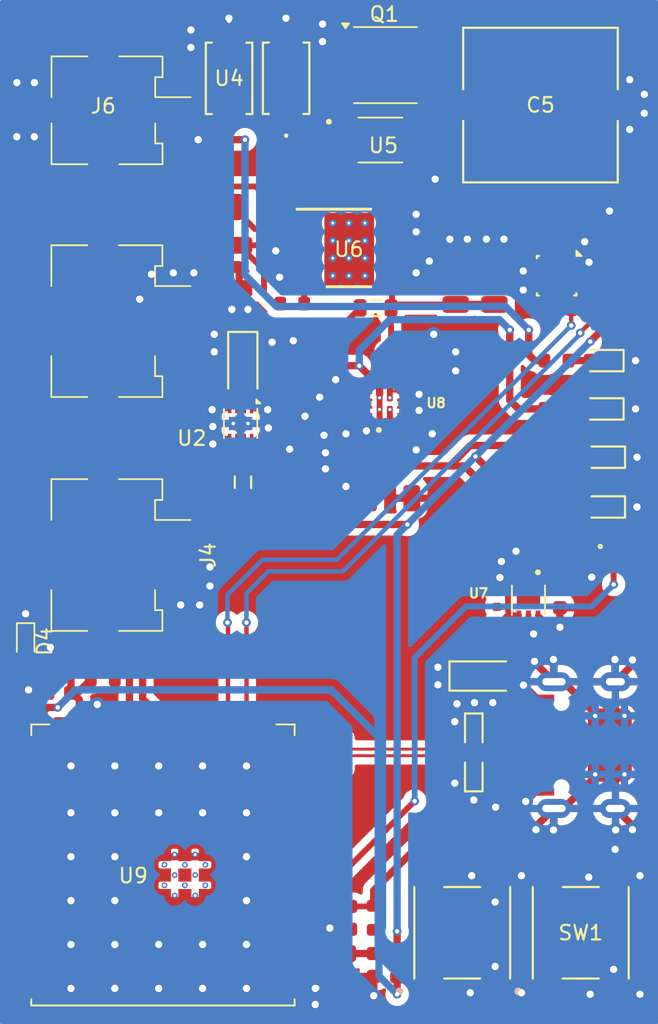
<source format=kicad_pcb>
(kicad_pcb (version 20241229) (generator "pcbnew") (generator_version "9.0")
  (layers (0 "F.Cu" signal) (4 "In1.Cu" signal) (6 "In2.Cu" signal) (2 "B.Cu" signal) (13 "F.Paste" user) (15 "B.Paste" user) (5 "F.SilkS" user "F.Silkscreen") (7 "B.SilkS" user "B.Silkscreen") (1 "F.Mask" user) (3 "B.Mask" user) (25 "Edge.Cuts" user))
  (net 0 "")
  (net 1 "+5V_SYS")
  (net 4 "/D-")
  (net 5 "/D+")
  (net 6 "+12V BATT")
  (net 7 "+3.3V")
  (net 8 "Net-(U5-VCAPL)")
  (net 9 "Net-(U5-VCAPH)")
  (net 10 "Net-(Q1-D)")
  (net 11 "Net-(U6-VCC)")
  (net 12 "Net-(C9-Pad2)")
  (net 13 "Net-(U6-CBOOT)")
  (net 14 "+5V VEHICLE")
  (net 15 "Net-(U7-IN)")
  (net 16 "+5V USB")
  (net 17 "Net-(U7-EN)")
  (net 18 "Net-(U8-CP2)")
  (net 19 "Net-(U8-SS)")
  (net 20 "/EN")
  (net 21 "/PRESSURE_IN")
  (net 22 "/PX2_IN")
  (net 23 "Net-(D5-Pad2)")
  (net 24 "Net-(D6-Pad2)")
  (net 25 "Net-(D7-Pad2)")
  (net 26 "Net-(D8-Pad2)")
  (net 27 "/LED")
  (net 29 "Net-(U2-SW)")
  (net 30 "Net-(Q1-G)")
  (net 31 "Net-(U2-PG)")
  (net 32 "Net-(U6-RESET_N)")
  (net 33 "Net-(U7-ILIM)")
  (net 34 "Net-(U8-ILIM)")
  (net 35 "/BOOT")
  (net 36 "Net-(U9-IO19)")
  (net 37 "Net-(U9-IO20)")
  (net 38 "/SDA")
  (net 39 "/SCL")
  (net 43 "/U0TXD")
  (net 48 "/U0RXD")
  (net 71 "GND")
  (net 72 "Net-(J1-CC2)")
  (net 73 "Net-(J1-CC1)")
  (footprint "PCM_JLCPCB:C_1206" (layer "F.Cu") (at 78.84 72.9 180)
    (property "Reference" "C4" (hide yes))
    (property "Value" "2.2uF" (hide yes))
  )
  (footprint "PCM_JLCPCB:C_1206" (layer "F.Cu") (at 75.74 126.8 -90)
    (property "Reference" "C18" (hide yes))
    (property "Value" "10uF" (hide yes))
  )
  (footprint "PCM_JLCPCB:R_0603" (layer "F.Cu") (at 54.92 106.1)
    (property "Reference" "R14" (hide yes))
    (property "Value" "4.7kΩ" (hide yes))
  )
  (footprint "PCM_JLCPCB:C_0603" (layer "F.Cu") (at 72.09 92.85 90)
    (property "Reference" "C3" (hide yes))
    (property "Value" "22uF" (hide yes))
  )
  (footprint "PCM_JLCPCB:R_0603" (layer "F.Cu") (at 86.417 103.595 90)
    (property "Reference" "R7" (hide yes))
    (property "Value" "100kΩ" (hide yes))
  )
  (footprint "PCM_JLCPCB:C_0402" (layer "F.Cu") (at 87.567 103.925 90)
    (property "Reference" "C12" (hide yes))
    (property "Value" "100nF" (hide yes))
  )
  (footprint "PCM_JLCPCB:L_0805" (layer "F.Cu") (at 77.9654 81.199996)
    (property "Reference" "L2" (hide yes))
    (property "Value" "2.2uH,50mA" (hide yes))
  )
  (footprint "PCM_JLCPCB:C_1206" (layer "F.Cu") (at 69.7854 74.3)
    (property "Reference" "C9" (hide yes))
    (property "Value" "220nF" (hide yes))
  )
  (footprint "PCM_JLCPCB:C_0402" (layer "F.Cu") (at 86.267 101.125 90)
    (property "Reference" "C14" (hide yes))
    (property "Value" "100nF" (hide yes))
  )
  (footprint "PCM_JLCPCB:D_0603" (layer "F.Cu") (at 93.43 84.8 180)
    (property "Reference" "D5" (hide yes))
    (property "Value" "Red")
  )
  (footprint "PCM_JLCPCB:D_0603" (layer "F.Cu") (at 93.53 91.4 180)
    (property "Reference" "D8" (hide yes))
    (property "Value" "ORANGE")
  )
  (footprint "PCM_JLCPCB:D_SOD-123FL" (layer "F.Cu") (at 85.23 106.355)
    (property "Reference" "D3" (hide yes))
    (property "Value" "ESD441DPLR" (hide yes))
  )
  (footprint "PCM_JLCPCB:R_0603" (layer "F.Cu") (at 92.86 80.0755 -90)
    (property "Reference" "R17" (hide yes))
    (property "Value" "4.7kΩ" (hide yes))
  )
  (footprint "TPS2121RUXR:IC_TPS2121RUXR" (layer "F.Cu") (at 78.59 87.7375 90)
    (property "Reference" "U8")
    (property "Value" "TPS2121RUXR" (hide yes))
  )
  (footprint "PCM_JLCPCB:R_0603" (layer "F.Cu") (at 90.33 88.1)
    (property "Reference" "R3" (hide yes))
    (property "Value" "1kΩ" (hide yes))
  )
  (footprint "ESP32-S3-WROOM-1U-N16R8:XCVR_ESP32-S3-WROOM-1U-N16R8" (layer "F.Cu") (at 63.43 119.265 180)
    (property "Reference" "U9")
    (property "Value" "ESP32-S3-WROOM-1U-N16R8" (hide yes))
  )
  (footprint "PCM_JLCPCB:R_0603" (layer "F.Cu") (at 74.82 110.9)
    (property "Reference" "R13" (hide yes))
    (property "Value" "27Ω" (hide yes))
  )
  (footprint "LM74610QDGKTQ1:SOP65P490X110-8N" (layer "F.Cu") (at 78.29 69.725)
    (property "Reference" "U5")
    (property "Value" "LM74610")
  )
  (footprint "PCM_JLCPCB:C_0603" (layer "F.Cu") (at 77.84 126.1 -90)
    (property "Reference" "C19" (hide yes))
    (property "Value" "100nF" (hide yes))
  )
  (footprint "PCM_JLCPCB:C_1206" (layer "F.Cu") (at 77.51 91.5625 180)
    (property "Reference" "C26" (hide yes))
    (property "Value" "10uF")
  )
  (footprint "PCM_JLCPCB:C_1206" (layer "F.Cu") (at 80.44 84.8)
    (property "Reference" "C25" (hide yes))
    (property "Value" "10uF" (hide yes))
  )
  (footprint "PCM_JLCPCB:R_0603" (layer "F.Cu") (at 59.32 106.6)
    (property "Reference" "R15" (hide yes))
    (property "Value" "10kΩ" (hide yes))
  )
  (footprint "10X12P7_NCH:CAP_PC_10X12P7_NCH" (layer "F.Cu") (at 89.24 67.336)
    (property "Reference" "C5")
    (property "Value" "47uF")
  )
  (footprint "PCM_JLCPCB:C_0603" (layer "F.Cu") (at 70.89 85.66 90)
    (property "Reference" "C1" (hide yes))
    (property "Value" "10uF" (hide yes))
  )
  (footprint "PCM_JLCPCB:R_0402" (layer "F.Cu") (at 75.74 87.2625 180)
    (property "Reference" "R9" (hide yes))
    (property "Value" "20kΩ" (hide yes))
  )
  (footprint "PCM_JLCPCB:C_0402" (layer "F.Cu") (at 67.44 69.7 180)
    (property "Reference" "C2" (hide yes))
    (property "Value" "100pF" (hide yes))
  )
  (footprint "Package_SON:WSON-8-1EP_2x2mm_P0.5mm_EP0.9x1.6mm_ThermalVias" (layer "F.Cu") (at 68.74 89.1 -90)
    (property "Reference" "U2")
    (property "Value" "TPS62162DSG" (hide yes))
  )
  (footprint "Connector_Molex:Molex_Micro-Fit_3.0_43045-0418_2x02-1MP_P3.00mm_Vertical" (layer "F.Cu") (at 59.34 98.085 -90)
    (property "Reference" "J4")
    (property "Value" "Conn_02x02_Odd_Even" (hide yes))
  )
  (footprint "PCM_JLCPCB:R_0603" (layer "F.Cu") (at 86.18 113.395 -90)
    (property "Reference" "R2" (hide yes))
    (property "Value" "5.1K" (hide yes))
  )
  (footprint "PCM_JLCPCB:Bosch_LGA-8_2.5x2.5mm_P0.65mm_ClockwisePinNumbering" (layer "F.Cu") (at 90.34 79 -90)
    (property "Reference" "U1" (hide yes))
    (property "Value" "BME280")
  )
  (footprint "PCM_JLCPCB:C_0603" (layer "F.Cu") (at 56.34 107.5 180)
    (property "Reference" "C21" (hide yes))
    (property "Value" "10nF" (hide yes))
  )
  (footprint "PCM_JLCPCB:R_0603" (layer "F.Cu") (at 90.33 94.8)
    (property "Reference" "R19" (hide yes))
    (property "Value" "470Ω" (hide yes))
  )
  (footprint "PCM_JLCPCB:D_SOD-523" (layer "F.Cu") (at 84.68 110.175 -90)
    (property "Reference" "D2" (hide yes))
    (property "Value" "ESD321DYAR" (hide yes))
  )
  (footprint "PCM_JLCPCB:R_0603" (layer "F.Cu") (at 79.44 126.12 -90)
    (property "Reference" "R11" (hide yes))
    (property "Value" "100kΩ" (hide yes))
  )
  (footprint "PCM_JLCPCB:R_0603" (layer "F.Cu") (at 90.54 81.2755)
    (property "Reference" "R18" (hide yes))
    (property "Value" "4.7kΩ" (hide yes))
  )
  (footprint "PCM_JLCPCB:R_0603" (layer "F.Cu") (at 74.82 112.4)
    (property "Reference" "R12" (hide yes))
    (property "Value" "27Ω" (hide yes))
  )
  (footprint "PCM_JLCPCB:C_0603" (layer "F.Cu") (at 82.04 74.48 90)
    (property "Reference" "C7" (hide yes))
    (property "Value" "220nF" (hide yes))
  )
  (footprint "PCM_JLCPCB:C_0603" (layer "F.Cu") (at 90.16 76.6755)
    (property "Reference" "C23" (hide yes))
    (property "Value" "100nF" (hide yes))
  )
  (footprint "PCM_JLCPCB:C_1206" (layer "F.Cu") (at 68.64 78.399999 -90)
    (property "Reference" "C8" (hide yes))
    (property "Value" "1uF" (hide yes))
  )
  (footprint "PCM_JLCPCB:D_SOD-523" (layer "F.Cu") (at 84.68 112.975 90)
    (property "Reference" "D1" (hide yes))
    (property "Value" "ESD321DYAR" (hide yes))
  )
  (footprint "PCM_JLCPCB:D_0603" (layer "F.Cu") (at 93.53 94.8 180)
    (property "Reference" "D7" (hide yes))
    (property "Value" "YELLOW")
  )
  (footprint "PCM_JLCPCB:D_0603" (layer "F.Cu") (at 93.43 88.1 180)
    (property "Reference" "D6" (hide yes))
    (property "Value" "GREEN")
  )
  (footprint "PCM_JLCPCB:LED-SMD_4P-L1.6-W1.5_XL-1615RGBC-WS2812B" (layer "F.Cu") (at 93.53 98)
    (property "Reference" "D9" (hide yes))
    (property "Value" "WS2812B" (hide yes))
  )
  (footprint "PCM_JLCPCB:R_0603" (layer "F.Cu") (at 72.2654 80.899996 180)
    (property "Reference" "R6" (hide yes))
    (property "Value" "100kΩ" (hide yes))
  )
  (footprint "PCM_JLCPCB:C_0603" (layer "F.Cu") (at 57.14 105.3 90)
    (property "Reference" "C22" (hide yes))
    (property "Value" "100nF" (hide yes))
  )
  (footprint "Diode_SMD:D_SOD-523" (layer "F.Cu") (at 54.04 104 -90)
    (property "Reference" "D4")
    (property "Value" "ESD5Z5.0" (hide yes))
  )
  (footprint "PCM_JLCPCB:L_0805" (layer "F.Cu") (at 68.9 93.11 -90)
    (property "Reference" "L1" (hide yes))
    (property "Value" "2.2uH,3.15A" (hide yes))
  )
  (footprint "B3FS-1000:SW_B3FS-1000_OMR" (layer "F.Cu") (at 91.990001 123.899999 90)
    (property "Reference" "SW1")
    (property "Value" "B3FS-1000" (hide yes))
  )
  (footprint "PCM_JLCPCB:C_1206" (layer "F.Cu") (at 83.44 79.48 90)
    (property "Reference" "C10" (hide yes))
    (property "Value" "22uF" (hide yes))
  )
  (footprint "PCM_JLCPCB:R_0402" (layer "F.Cu") (at 88.067 98.925 180)
    (property "Reference" "R8" (hide yes))
    (property "Value" "20kΩ" (hide yes))
  )
  (footprint "TPS2553DRVR:SON65P200X200X80-7N" (layer "F.Cu") (at 88.417 101.175 -90)
    (property "Reference" "U7")
    (property "Value" "TPS2553DRVR" (hide yes))
  )
  (footprint "PCM_JLCPCB:R_0603" (layer "F.Cu") (at 86.88 109.575 180)
    (property "Reference" "R1" (hide yes))
    (property "Value" "5.1K" (hide yes))
  )
  (footprint "PCM_JLCPCB:C_0402" (layer "F.Cu") (at 80.24 89.8)
    (property "Reference" "C15" (hide yes))
    (property "Value" "100nF" (hide yes))
  )
  (footprint "PCM_JLCPCB:C_1206" (layer "F.Cu") (at 85.24 74.6)
    (property "Reference" "C6" (hide yes))
    (property "Value" "10uF" (hide yes))
  )
  (footprint "PCM_JLCPCB:C_0603" (layer "F.Cu") (at 90.567 100.905 -90)
    (property "Reference" "C13" (hide yes))
    (property "Value" "120uF" (hide yes))
  )
  (footprint "PCM_JLCPCB:C_1206" (layer "F.Cu") (at 86.09 79.48 90)
    (property "Reference" "C11" (hide yes))
    (property "Value" "22uF" (hide yes))
  )
  (footprint "PCM_JLCPCB:C_0603" (layer "F.Cu") (at 76.24 122.88 -90)
    (property "Reference" "C20" (hide yes))
    (property "Value" "1uF")
  )
  (footprint "PCM_JLCPCB:C_1206" (layer "F.Cu") (at 78.96 94.2)
    (property "Reference" "C17" (hide yes))
    (property "Value" "22uF" (hide yes))
  )
  (footprint "PCM_JLCPCB:R_0603" (layer "F.Cu") (at 72.34 85.62 90)
    (property "Reference" "R4" (hide yes))
    (property "Value" "100kΩ" (hide yes))
  )
  (footprint "PCM_JLCPCB:R_0603" (layer "F.Cu") (at 70.59 92.85 90)
    (property "Reference" "R5" (hide yes))
    (property "Value" "100kΩ" (hide yes))
  )
  (footprint "Package_TO_SOT_SMD:LFPAK56" (layer "F.Cu") (at 78.64 64.605)
    (property "Reference" "Q1")
    (property "Value" "C458246" (hide yes))
  )
  (footprint "LM63625:PWP0016K_N" (layer "F.Cu") (at 76.14 77.199999)
    (property "Reference" "U6")
    (property "Value" "LM63625")
  )
  (footprint "SMA6T28AY:SMA_UNI_STM" (layer "F.Cu") (at 71.8505 65.5045 90)
    (property "Reference" "U3" (hide yes))
    (property "Value" "SMA6T28AY" (hide yes))
  )
  (footprint "PCM_JLCPCB:TYPE-C-SMD_HX-TYPE-C-16PIN" (layer "F.Cu") (at 91.98 111.075 90)
    (property "Reference" "J1" (hide yes))
    (property "Value" "USB-C")
  )
  (footprint "SMA6T28AY:SMA_UNI_STM" (layer "F.Cu") (at 67.9505 65.509 -90)
    (property "Reference" "U4")
    (property "Value" "SMA6T15AY" (hide yes))
  )
  (footprint "PCM_JLCPCB:R_0603" (layer "F.Cu") (at 90.33 84.8)
    (property "Reference" "R16" (hide yes))
    (property "Value" "10kΩ" (hide yes))
  )
  (footprint "Connector_Molex:Molex_Micro-Fit_3.0_43045-0418_2x02-1MP_P3.00mm_Vertical" (layer "F.Cu") (at 59.34 82.1 -90)
    (property "Reference" "J3" (hide yes))
    (property "Value" "Conn_02x02_Odd_Even" (hide yes))
  )
  (footprint "PCM_JLCPCB:C_0603" (layer "F.Cu") (at 75.24 88.5625 180)
    (property "Reference" "C16" (hide yes))
    (property "Value" "47nF" (hide yes))
  )
  (footprint "PCM_JLCPCB:C_1206" (layer "F.Cu") (at 90.96 74.5755)
    (property "Reference" "C24" (hide yes))
    (property "Value" "10uF" (hide yes))
  )
  (footprint "PCM_JLCPCB:D_SOD-123FL" (layer "F.Cu") (at 68.89 85.05 -90)
    (property "Reference" "D10" (hide yes))
    (property "Value" "ESD441DPLR" (hide yes))
  )
  (footprint "Connector_Molex:Molex_Micro-Fit_3.0_43045-0218_2x01-1MP_P3.00mm_Vertical" (layer "F.Cu") (at 59.3505 67.694 -90)
    (property "Reference" "J6")
    (property "Value" "Conn_02x01" (hide yes))
  )
  (footprint "PCM_JLCPCB:R_0603" (layer "F.Cu") (at 90.33 91.4)
    (property "Reference" "R20" (hide yes))
    (property "Value" "1kΩ" (hide yes))
  )
  (footprint "B3FS-1000:SW_B3FS-1000_OMR" (layer "F.Cu") (at 83.890001 123.899999 90)
    (property "Reference" "SW2" (hide yes))
    (property "Value" "B3FS-1000" (hide yes))
  )
  (footprint "PCM_JLCPCB:R_0603" (layer "F.Cu") (at 77.84 122.88 90)
    (property "Reference" "R10" (hide yes))
    (property "Value" "100kΩ" (hide yes))
  )
  (segment (start 68.99 88.15) (end 68.69 88.15) (width 0.2) (layer "F.Cu") (net 1))
  (segment (start 64.04 96.585) (end 64.04 89.555082) (width 0.5) (layer "F.Cu") (net 1))
  (segment (start 73.631 85.149) (end 72.39 86.39) (width 0.5) (layer "F.Cu") (net 1))
  (segment (start 67.145082 86.45) (end 68.89 86.45) (width 0.5) (layer "F.Cu") (net 1))
  (segment (start 64.04 89.555082) (end 64.14 89.455082) (width 0.5) (layer "F.Cu") (net 1))
  (segment (start 78.24 86.537501) (end 78.24 87.0625) (width 0.5) (layer "F.Cu") (net 1))
  (segment (start 64.14 89.455082) (end 67.145082 86.45) (width 0.5) (layer "F.Cu") (net 1))
  (segment (start 76.851499 85.149) (end 73.631 85.149) (width 0.5) (layer "F.Cu") (net 1))
  (segment (start 68.89 86.45) (end 70.69 86.45) (width 0.4) (layer "F.Cu") (net 1))
  (segment (start 87.14 82.7) (end 87.14 87.5) (width 0.5) (layer "F.Cu") (net 1))
  (segment (start 76.851499 85.149) (end 78.24 86.537501) (width 0.5) (layer "F.Cu") (net 1))
  (segment (start 78.24 88.1375) (end 78.24 87.3375) (width 0.4) (layer "F.Cu") (net 1))
  (segment (start 68.89 86.45) (end 68.89 87.95) (width 0.4) (layer "F.Cu") (net 1))
  (segment (start 70.89 86.44) (end 72.29 86.44) (width 0.4) (layer "F.Cu") (net 1))
  (segment (start 87.14 87.5) (end 87.74 88.1) (width 0.5) (layer "F.Cu") (net 1))
  (segment (start 78.24 88.4125) (end 78.241 88.4135) (width 0.4) (layer "F.Cu") (net 1))
  (segment (start 68.69 88.15) (end 68.49 88.15) (width 0.2) (layer "F.Cu") (net 1))
  (segment (start 87.74 88.1) (end 89.51 88.1) (width 0.5) (layer "F.Cu") (net 1))
  (segment (start 78.241 88.4135) (end 78.241 89.973207) (width 0.4) (layer "F.Cu") (net 1))
  (segment (start 70.69 86.24) (end 70.89 86.44) (width 0.4) (layer "F.Cu") (net 1))
  (segment (start 77.713207 90.501) (end 77.54 90.674207) (width 0.4) (layer "F.Cu") (net 1))
  (segment (start 68.89 87.95) (end 68.69 88.15) (width 0.4) (layer "F.Cu") (net 1))
  (segment (start 77.54 90.674207) (end 77.54 93.5) (width 0.4) (layer "F.Cu") (net 1))
  (segment (start 78.241 89.973207) (end 77.713207 90.501) (width 0.4) (layer "F.Cu") (net 1))
  (via (at 87.14 82.7) (size 0.6) (drill 0.3) (layers "F.Cu" "B.Cu") (net 1))
  (via (at 76.851499 85.149) (size 0.6) (drill 0.3) (layers "F.Cu" "B.Cu") (net 1))
  (segment (start 78.94 82) (end 86.44 82) (width 0.5) (layer "B.Cu") (net 1))
  (segment (start 76.851499 85.149) (end 76.851499 84.088501) (width 0.5) (layer "B.Cu") (net 1))
  (segment (start 86.44 82) (end 87.14 82.7) (width 0.5) (layer "B.Cu") (net 1))
  (segment (start 76.851499 84.088501) (end 78.94 82) (width 0.5) (layer "B.Cu") (net 1))
  (segment (start 88.404999 111.825) (end 89.48 111.825) (width 0.2) (layer "F.Cu") (net 4))
  (segment (start 90.73 111.527) (end 90.432 111.825) (width 0.2) (layer "F.Cu") (net 4))
  (segment (start 90.73 111.123) (end 90.73 111.527) (width 0.2) (layer "F.Cu") (net 4))
  (segment (start 89.48 110.825) (end 90.432 110.825) (width 0.2) (layer "F.Cu") (net 4))
  (segment (start 88.404999 111.8) (end 88.404999 111.825) (width 0.2) (layer "F.Cu") (net 4))
  (segment (start 90.432 111.825) (end 89.48 111.825) (width 0.2) (layer "F.Cu") (net 4))
  (segment (start 75.64 112.4) (end 76.24 111.8) (width 0.2) (layer "F.Cu") (net 4))
  (segment (start 84.88 112.275) (end 84.88 111.8) (width 0.2) (layer "F.Cu") (net 4))
  (segment (start 76.24 111.8) (end 88.404999 111.8) (width 0.2) (layer "F.Cu") (net 4))
  (segment (start 90.432 110.825) (end 90.73 111.123) (width 0.2) (layer "F.Cu") (net 4))
  (segment (start 89.48 111.325) (end 88.429999 111.325) (width 0.2) (layer "F.Cu") (net 5))
  (segment (start 88.528 111.325) (end 88.33 111.127) (width 0.2) (layer "F.Cu") (net 5))
  (segment (start 76.19 111.35) (end 75.74 110.9) (width 0.2) (layer "F.Cu") (net 5))
  (segment (start 84.88 110.875) (end 84.88 111.3) (width 0.2) (layer "F.Cu") (net 5))
  (segment (start 88.429999 111.325) (end 88.404999 111.35) (width 0.2) (layer "F.Cu") (net 5))
  (segment (start 89.48 111.325) (end 88.528 111.325) (width 0.2) (layer "F.Cu") (net 5))
  (segment (start 75.74 110.9) (end 75.64 110.9) (width 0.2) (layer "F.Cu") (net 5))
  (segment (start 84.88 111.3) (end 84.93 111.35) (width 0.2) (layer "F.Cu") (net 5))
  (segment (start 88.404999 111.35) (end 76.19 111.35) (width 0.2) (layer "F.Cu") (net 5))
  (segment (start 88.33 111.127) (end 88.33 110.523) (width 0.2) (layer "F.Cu") (net 5))
  (segment (start 88.528 110.325) (end 89.48 110.325) (width 0.2) (layer "F.Cu") (net 5))
  (segment (start 88.33 110.523) (end 88.528 110.325) (width 0.2) (layer "F.Cu") (net 5))
  (segment (start 75.125 64.315) (end 75.97 64.315) (width 1) (layer "F.Cu") (net 6))
  (segment (start 67.94 69.7) (end 69.04 69.7) (width 0.5) (layer "F.Cu") (net 6))
  (segment (start 75.97 62.695) (end 75.97 65.245) (width 1) (layer "F.Cu") (net 6))
  (segment (start 67.9505 67.6045) (end 64.14 67.6045) (width 1) (layer "F.Cu") (net 6))
  (segment (start 64.14 67.6045) (end 64.0505 67.694) (width 1) (layer "F.Cu") (net 6))
  (segment (start 74.94 70.7) (end 71.8505 67.6105) (width 0.4) (layer "F.Cu") (net 6))
  (segment (start 67.94 69.7) (end 67.94 67.615) (width 0.5) (layer "F.Cu") (net 6))
  (segment (start 74.34 65.1) (end 75.125 64.315) (width 1) (layer "F.Cu") (net 6))
  (segment (start 88.44 84.4) (end 88.84 84.8) (width 0.5) (layer "F.Cu") (net 6))
  (segment (start 73.2295 67.6) (end 71.8505 67.6) (width 1) (layer "F.Cu") (net 6))
  (segment (start 67.94 67.615) (end 67.9505 67.6045) (width 0.5) (layer "F.Cu") (net 6))
  (segment (start 71.8505 67.6105) (end 71.8505 67.6) (width 0.4) (layer "F.Cu") (net 6))
  (segment (start 75.97 63.965) (end 75.97 64.315) (width 1) (layer "F.Cu") (net 6))
  (segment (start 71.8505 67.6) (end 67.955 67.6) (width 1) (layer "F.Cu") (net 6))
  (segment (start 67.955 67.6) (end 67.9505 67.6045) (width 1) (layer "F.Cu") (net 6))
  (segment (start 76.14 70.7) (end 74.94 70.7) (width 0.4) (layer "F.Cu") (net 6))
  (segment (start 88.44 82.7) (end 88.44 84.4) (width 0.5) (layer "F.Cu") (net 6))
  (segment (start 74.34 66.4895) (end 74.34 65.1) (width 1) (layer "F.Cu") (net 6))
  (segment (start 73.2295 67.6) (end 74.34 66.4895) (width 1) (layer "F.Cu") (net 6))
  (segment (start 88.84 84.8) (end 89.51 84.8) (width 0.5) (layer "F.Cu") (net 6))
  (via (at 69.04 69.7) (size 0.6) (drill 0.3) (layers "F.Cu" "B.Cu") (net 6))
  (via (at 88.44 82.7) (size 0.6) (drill 0.3) (layers "F.Cu" "B.Cu") (net 6))
  (segment (start 86.84 81.1) (end 71.19 81.1) (width 0.5) (layer "B.Cu") (net 6))
  (segment (start 88.44 82.7) (end 86.84 81.1) (width 0.5) (layer "B.Cu") (net 6))
  (segment (start 71.19 81.1) (end 69.04 78.95) (width 0.5) (layer "B.Cu") (net 6))
  (segment (start 69.04 78.95) (end 69.04 69.7) (width 0.5) (layer "B.Cu") (net 6))
  (segment (start 79.44 125.3) (end 79.44 123.8) (width 0.5) (layer "F.Cu") (net 7))
  (segment (start 89.38 74.6755) (end 89.48 74.5755) (width 0.3) (layer "F.Cu") (net 7))
  (segment (start 89.6255 78.03) (end 90.2655 78.67) (width 0.3) (layer "F.Cu") (net 7))
  (segment (start 67.99 91.31) (end 67.99 93.17) (width 0.2) (layer "F.Cu") (net 7))
  (segment (start 68.49 90.05) (end 68.49 90.81) (width 0.2) (layer "F.Cu") (net 7))
  (segment (start 74.46 96) (end 72.09 93.63) (width 0.5) (layer "F.Cu") (net 7))
  (segment (start 89.72 81.2755) (end 90.2655 80.73) (width 0.3) (layer "F.Cu") (net 7))
  (segment (start 94.28 97.34) (end 93.34 96.4) (width 0.5) (layer "F.Cu") (net 7))
  (segment (start 77.84 125.32) (end 75.74 125.32) (width 0.5) (layer "F.Cu") (net 7))
  (segment (start 90.2655 78.67) (end 91.36 78.67) (width 0.3) (layer "F.Cu") (net 7))
  (segment (start 88.24 94.8) (end 89.51 94.8) (width 0.5) (layer "F.Cu") (net 7))
  (segment (start 72.18 126.405) (end 74.655 126.405) (width 0.5) (layer "F.Cu") (net 7))
  (segment (start 89.32 78.03) (end 89.32 76.7355) (width 0.3) (layer "F.Cu") (net 7))
  (segment (start 91.7545 78.67) (end 92.34 79.2555) (width 0.3) (layer "F.Cu") (net 7))
  (segment (start 91.36 78.67) (end 91.7545 78.67) (width 0.3) (layer "F.Cu") (net 7))
  (segment (start 93.34 96.4) (end 91.11 96.4) (width 0.5) (layer "F.Cu") (net 7))
  (segment (start 69.23 93.93) (end 68.99 94.17) (width 0.2) (layer "F.Cu") (net 7))
  (segment (start 90.2655 80.73) (end 90.2655 78.67) (width 0.3) (layer "F.Cu") (net 7))
  (segment (start 80.14 96) (end 74.46 96) (width 0.5) (layer "F.Cu") (net 7))
  (segment (start 67.99 93.17) (end 68.99 94.17) (width 0.2) (layer "F.Cu") (net 7))
  (segment (start 79.42 125.32) (end 79.44 125.3) (width 0.5) (layer "F.Cu") (net 7))
  (segment (start 89.32 78.03) (end 89.6255 78.03) (width 0.3) (layer "F.Cu") (net 7))
  (segment (start 68.49 90.81) (end 67.99 91.31) (width 0.2) (layer "F.Cu") (net 7))
  (segment (start 89.48 74.5755) (end 89.48 76.5755) (width 0.3) (layer "F.Cu") (net 7))
  (segment (start 92.86 79.2555) (end 92.86 79.32) (width 0.3) (layer "F.Cu") (net 7))
  (segment (start 74.655 126.405) (end 75.74 125.32) (width 0.5) (layer "F.Cu") (net 7))
  (segment (start 68.49 90.81) (end 68.42 90.88) (width 0.2) (layer "F.Cu") (net 7))
  (segment (start 93.5955 79.2555) (end 92.86 79.2555) (width 0.5) (layer "F.Cu") (net 7))
  (segment (start 70.59 93.67) (end 72.05 93.67) (width 0.2) (layer "F.Cu") (net 7))
  (segment (start 77.84 125.32) (end 79.42 125.32) (width 0.5) (layer "F.Cu") (net 7))
  (segment (start 94.28 97.55) (end 94.28 97.34) (width 0.5) (layer "F.Cu") (net 7))
  (segment (start 92.64 83.5) (end 94.24 81.9) (width 0.5) (layer "F.Cu") (net 7))
  (segment (start 89.32 76.7355) (end 89.38 76.6755) (width 0.3) (layer "F.Cu") (net 7))
  (segment (start 94.24 79.9) (end 93.5955 79.2555) (width 0.5) (layer "F.Cu") (net 7))
  (segment (start 89.32 79.33) (end 89.6055 79.33) (width 0.3) (layer "F.Cu") (net 7))
  (segment (start 72.05 93.67) (end 72.09 93.63) (width 0.2) (layer "F.Cu") (net 7))
  (segment (start 89.6055 79.33) (end 90.2655 78.67) (width 0.3) (layer "F.Cu") (net 7))
  (segment (start 70.79 93.81) (end 70.67 93.93) (width 0.2) (layer "F.Cu") (net 7))
  (segment (start 94.24 81.9) (end 94.24 79.9) (width 0.5) (layer "F.Cu") (net 7))
  (segment (start 92.34 79.2555) (end 93.06 79.2555) (width 0.3) (layer "F.Cu") (net 7))
  (segment (start 84.79 91.35) (end 88.24 94.8) (width 0.5) (layer "F.Cu") (net 7))
  (segment (start 89.48 76.5755) (end 89.38 76.6755) (width 0.3) (layer "F.Cu") (net 7))
  (segment (start 89.51 94.8) (end 91.11 96.4) (width 0.5) (layer "F.Cu") (net 7))
  (segment (start 70.67 93.93) (end 69.23 93.93) (width 0.2) (layer "F.Cu") (net 7))
  (via (at 92.64 83.5) (size 0.6) (drill 0.3) (layers "F.Cu" "B.Cu") (net 7))
  (via (at 84.79 91.35) (size 0.6) (drill 0.3) (layers "F.Cu" "B.Cu") (net 7))
  (via (at 79.44 123.8) (size 0.6) (drill 0.3) (layers "F.Cu" "B.Cu") (net 7))
  (via (at 80.14 96) (size 0.6) (drill 0.3) (layers "F.Cu" "B.Cu") (net 7))
  (segment (start 80.14 96) (end 79.44 96.7) (width 0.5) (layer "B.Cu") (net 7))
  (segment (start 84.79 91.35) (end 80.14 96) (width 0.5) (layer "B.Cu") (net 7))
  (segment (start 79.44 96.7) (end 79.44 123.8) (width 0.5) (layer "B.Cu") (net 7))
  (segment (start 84.79 91.35) (end 92.64 83.5) (width 0.5) (layer "B.Cu") (net 7))
  (segment (start 76.14 68.75) (end 77.19 68.75) (width 0.4) (layer "F.Cu") (net 8))
  (segment (start 77.64 72.495) (end 77.31 72.825) (width 0.4) (layer "F.Cu") (net 8))
  (segment (start 77.19 68.75) (end 77.64 69.2) (width 0.4) (layer "F.Cu") (net 8))
  (segment (start 77.64 69.2) (end 77.64 72.495) (width 0.4) (layer "F.Cu") (net 8))
  (segment (start 81.94 69.8) (end 81.94 71) (width 0.4) (layer "F.Cu") (net 9))
  (segment (start 80.27 72.67) (end 80.27 72.825) (width 0.4) (layer "F.Cu") (net 9))
  (segment (start 81.54 69.4) (end 81.94 69.8) (width 0.4) (layer "F.Cu") (net 9))
  (segment (start 80.44 69.4) (end 81.54 69.4) (width 0.4) (layer "F.Cu") (net 9))
  (segment (start 81.94 71) (end 80.27 72.67) (width 0.4) (layer "F.Cu") (net 9))
  (segment (start 79.090002 76.874998) (end 79.116003 76.900999) (width 0.4) (layer "F.Cu") (net 10))
  (segment (start 80.44 68.75) (end 80.44 65.805) (width 0.4) (layer "F.Cu") (net 10))
  (segment (start 80.55992 77.524997) (end 79.090002 77.524997) (width 0.5) (layer "F.Cu") (net 10))
  (segment (start 83.1 75.26) (end 83.76 74.6) (width 0.5) (layer "F.Cu") (net 10))
  (segment (start 81.183919 76.900999) (end 81.362459 76.722459) (width 0.4) (layer "F.Cu") (net 10))
  (segment (start 83.44 67.996178) (end 83.44 74.28) (width 1) (layer "F.Cu") (net 10))
  (segment (start 79.17 65.245) (end 77.9 65.245) (width 0.5) (layer "F.Cu") (net 10))
  (segment (start 83.44 74.28) (end 83.76 74.6) (width 1) (layer "F.Cu") (net 10))
  (segment (start 82.04 76.044917) (end 81.362459 76.722459) (width 0.5) (layer "F.Cu") (net 10))
  (segment (start 81.012459 77.072459) (end 80.55992 77.524997) (width 0.5) (layer "F.Cu") (net 10))
  (segment (start 79.116003 76.900999) (end 81.183919 76.900999) (width 0.4) (layer "F.Cu") (net 10))
  (segment (start 83.68 74.7) (end 83.58 74.6) (width 0.5) (layer "F.Cu") (net 10))
  (segment (start 81.362459 76.722459) (end 81.012459 77.072459) (width 0.5) (layer "F.Cu") (net 10))
  (segment (start 80.55992 77.524997) (end 79.935918 78.148999) (width 0.5) (layer "F.Cu") (net 10))
  (segment (start 82.04 75.26) (end 83.1 75.26) (width 0.5) (layer "F.Cu") (net 10))
  (segment (start 80.45 65.245) (end 79.17 65.245) (width 0.5) (layer "F.Cu") (net 10))
  (segment (start 80.44 65.805) (end 79.24 64.605) (width 0.4) (layer "F.Cu") (net 10))
  (segment (start 79.24 64.605) (end 81.971 67.336) (width 1) (layer "F.Cu") (net 10))
  (segment (start 81.971 67.336) (end 84.100178 67.336) (width 1) (layer "F.Cu") (net 10))
  (segment (start 84.100178 67.336) (end 83.44 67.996178) (width 1) (layer "F.Cu") (net 10))
  (segment (start 79.935918 78.148999) (end 79.090002 78.148999) (width 0.5) (layer "F.Cu") (net 10))
  (segment (start 82.04 75.26) (end 82.04 76.044917) (width 0.5) (layer "F.Cu") (net 10))
  (segment (start 79.090002 76.874998) (end 79.090002 78.174998) (width 0.4) (layer "F.Cu") (net 10))
  (segment (start 83.76 74.6) (end 83.58 74.6) (width 1) (layer "F.Cu") (net 10))
  (segment (start 70.339 80.193596) (end 71.0454 80.899996) (width 0.4) (layer "F.Cu") (net 11))
  (segment (start 73.165 78.199999) (end 70.54 78.199999) (width 0.4) (layer "F.Cu") (net 11))
  (segment (start 71.665404 76.4) (end 70.339993 76.4) (width 0.4) (layer "F.Cu") (net 11))
  (segment (start 70.54 78.199999) (end 69.92 78.199999) (width 0.4) (layer "F.Cu") (net 11))
  (segment (start 69.819994 76.919999) (end 68.64 76.919999) (width 0.4) (layer "F.Cu") (net 11))
  (segment (start 71.0454 80.899996) (end 71.4454 80.899996) (width 0.4) (layer "F.Cu") (net 11))
  (segment (start 70.339993 76.4) (end 69.819994 76.919999) (width 0.4) (layer "F.Cu") (net 11))
  (segment (start 73.190001 76.874998) (end 72.140402 76.874998) (width 0.4) (layer "F.Cu") (net 11))
  (segment (start 70.339 78.400999) (end 70.54 78.199999) (width 0.4) (layer "F.Cu") (net 11))
  (segment (start 70.339 78.618999) (end 70.339 80.193596) (width 0.4) (layer "F.Cu") (net 11))
  (segment (start 69.92 78.199999) (end 68.64 76.919999) (width 0.4) (layer "F.Cu") (net 11))
  (segment (start 72.140402 76.874998) (end 71.665404 76.4) (width 0.4) (layer "F.Cu") (net 11))
  (segment (start 73.190001 78.174998) (end 73.165 78.199999) (width 0.4) (layer "F.Cu") (net 11))
  (segment (start 70.339 78.618999) (end 70.339 78.400999) (width 0.4) (layer "F.Cu") (net 11))
  (segment (start 69.92 78.199999) (end 70.339 78.618999) (width 0.4) (layer "F.Cu") (net 11))
  (segment (start 67.74 82.299999) (end 75.805397 82.299999) (width 0.4) (layer "F.Cu") (net 12))
  (segment (start 67.74 72.899999) (end 67.14 73.499999) (width 0.4) (layer "F.Cu") (net 12))
  (segment (start 73.190001 74.924997) (end 71.790401 74.924997) (width 0.4) (layer "F.Cu") (net 12))
  (segment (start 67.14 73.499999) (end 67.14 81.699999) (width 0.4) (layer "F.Cu") (net 12))
  (segment (start 71.790401 74.924997) (end 71.2654 74.399996) (width 0.4) (layer "F.Cu") (net 12))
  (segment (start 69.765403 72.899999) (end 67.74 72.899999) (width 0.4) (layer "F.Cu") (net 12))
  (segment (start 71.2654 74.399996) (end 69.765403 72.899999) (width 0.4) (layer "F.Cu") (net 12))
  (segment (start 67.14 81.699999) (end 67.74 82.299999) (width 0.4) (layer "F.Cu") (net 12))
  (segment (start 75.805397 82.299999) (end 76.9054 81.199996) (width 0.4) (layer "F.Cu") (net 12))
  (segment (start 73.190001 75.574998) (end 73.190001 74.924997) (width 0.4) (layer "F.Cu") (net 12))
  (segment (start 69.705404 75.8) (end 68.3054 74.399996) (width 0.4) (layer "F.Cu") (net 13))
  (segment (start 72.340343 76.224997) (end 71.915346 75.8) (width 0.4) (layer "F.Cu") (net 13))
  (segment (start 71.915346 75.8) (end 69.705404 75.8) (width 0.4) (layer "F.Cu") (net 13))
  (segment (start 73.190001 76.224997) (end 72.340343 76.224997) (width 0.4) (layer "F.Cu") (net 13))
  (segment (start 79.090002 79.474998) (end 79.090002 81.135394) (width 0.4) (layer "F.Cu") (net 14))
  (segment (start 79.090002 81.135394) (end 79.0254 81.199996) (width 0.4) (layer "F.Cu") (net 14))
  (segment (start 78.96 84.8) (end 78.96 86.749) (width 0.4) (layer "F.Cu") (net 14))
  (segment (start 79.74 86.9875) (end 79.639 86.8865) (width 0.2) (layer "F.Cu") (net 14))
  (segment (start 86.09 80.96) (end 83.44 80.96) (width 0.5) (layer "F.Cu") (net 14))
  (segment (start 83.44 80.96) (end 79.265396 80.96) (width 0.4) (layer "F.Cu") (net 14))
  (segment (start 79.0254 81.199996) (end 79.0254 84.7346) (width 0.4) (layer "F.Cu") (net 14))
  (segment (start 79.639 86.8865) (end 78.94 86.8865) (width 0.2) (layer "F.Cu") (net 14))
  (segment (start 83.200004 81.199996) (end 83.44 80.96) (width 0.4) (layer "F.Cu") (net 14))
  (segment (start 79.265396 80.96) (end 79.0254 81.199996) (width 0.4) (layer "F.Cu") (net 14))
  (segment (start 79.0254 79.5396) (end 79.090002 79.474998) (width 0.4) (layer "F.Cu") (net 14))
  (segment (start 79.0254 84.7346) (end 78.96 84.8) (width 0.4) (layer "F.Cu") (net 14))
  (segment (start 89.667 103.849207) (end 89.667 102.8) (width 0.4) (layer "F.Cu") (net 15))
  (segment (start 88.43 108.675) (end 86.33 106.575) (width 0.5) (layer "F.Cu") (net 15))
  (segment (start 86.417 104.415) (end 89.101207 104.415) (width 0.4) (layer "F.Cu") (net 15))
  (segment (start 89.101207 104.415) (end 89.667 103.849207) (width 0.4) (layer "F.Cu") (net 15))
  (segment (start 89.48 108.675) (end 88.43 108.675) (width 0.5) (layer "F.Cu") (net 15))
  (segment (start 86.417 104.415) (end 86.307 104.525) (width 0.4) (layer "F.Cu") (net 15))
  (segment (start 89.067 102.2) (end 89.667 102.8) (width 0.4) (layer "F.Cu") (net 15))
  (segment (start 86.73 104.325) (end 86.73 105.915) (width 0.4) (layer "F.Cu") (net 15))
  (segment (start 89.51 91.4) (end 88.709 90.599) (width 0.5) (layer "F.Cu") (net 16))
  (segment (start 84.441 90.599) (end 83.04 92) (width 0.5) (layer "F.Cu") (net 16))
  (segment (start 89.067 100.15) (end 90.542 100.15) (width 0.5) (layer "F.Cu") (net 16))
  (segment (start 90.542 100.15) (end 90.567 100.125) (width 0.5) (layer "F.Cu") (net 16))
  (segment (start 78.99 88.7385) (end 78.94 88.6885) (width 0.4) (layer "F.Cu") (net 16))
  (segment (start 90.567 100.125) (end 90.567 98.527) (width 0.5) (layer "F.Cu") (net 16))
  (segment (start 79.4275 92) (end 78.99 91.5625) (width 0.5) (layer "F.Cu") (net 16))
  (segment (start 83.04 92) (end 79.4275 92) (width 0.5) (layer "F.Cu") (net 16))
  (segment (start 78.99 91.5625) (end 78.99 88.7385) (width 0.4) (layer "F.Cu") (net 16))
  (segment (start 90.567 98.527) (end 84.04 92) (width 0.5) (layer "F.Cu") (net 16))
  (segment (start 84.04 92) (end 83.04 92) (width 0.5) (layer "F.Cu") (net 16))
  (segment (start 88.709 90.599) (end 84.441 90.599) (width 0.5) (layer "F.Cu") (net 16))
  (segment (start 87.117 102.075) (end 87.117 101.977) (width 0.4) (layer "F.Cu") (net 17))
  (segment (start 87.767 102.2) (end 87.34 102.2) (width 0.4) (layer "F.Cu") (net 17))
  (segment (start 87.017 101.877) (end 87.117 101.977) (width 0.4) (layer "F.Cu") (net 17))
  (segment (start 86.417 102.775) (end 87.117 102.075) (width 0.4) (layer "F.Cu") (net 17))
  (segment (start 87.34 102.2) (end 87.117 101.977) (width 0.4) (layer "F.Cu") (net 17))
  (segment (start 87.017 101.625) (end 87.017 101.877) (width 0.4) (layer "F.Cu") (net 17))
  (segment (start 87.767 100.15) (end 87.34 100.15) (width 0.4) (layer "F.Cu") (net 17))
  (segment (start 86.267 101.625) (end 87.017 101.625) (width 0.4) (layer "F.Cu") (net 17))
  (segment (start 87.017 100.473) (end 87.017 101.625) (width 0.4) (layer "F.Cu") (net 17))
  (segment (start 87.34 100.15) (end 87.017 100.473) (width 0.4) (layer "F.Cu") (net 17))
  (segment (start 86.367 102.725) (end 86.417 102.775) (width 0.4) (layer "F.Cu") (net 17))
  (segment (start 79.74 88.4875) (end 79.74 89.8) (width 0.2) (layer "F.Cu") (net 18))
  (segment (start 79.7525 88.5) (end 79.74 88.4875) (width 0.2) (layer "F.Cu") (net 18))
  (segment (start 77.44 87.9875) (end 76.595 87.9875) (width 0.2) (layer "F.Cu") (net 19))
  (segment (start 76.595 87.9875) (end 76.02 88.5625) (width 0.2) (layer "F.Cu") (net 19))
  (segment (start 80.54 118.3) (end 77.84 121) (width 0.5) (layer "F.Cu") (net 20))
  (segment (start 74.84 122.1) (end 76.24 122.1) (width 0.4) (layer "F.Cu") (net 20))
  (segment (start 77.8 122.1) (end 77.84 122.06) (width 0.4) (layer "F.Cu") (net 20))
  (segment (start 88.64 118.3) (end 88.14 118.3) (width 0.5) (layer "F.Cu") (net 20))
  (segment (start 76.24 122.1) (end 77.8 122.1) (width 0.4) (layer "F.Cu") (net 20))
  (segment (start 77.84 121) (end 77.84 122.06) (width 0.5) (layer "F.Cu") (net 20))
  (segment (start 73.939 124.201) (end 73.939 123.001) (width 0.4) (layer "F.Cu") (net 20))
  (segment (start 73.005 125.135) (end 73.939 124.201) (width 0.4) (layer "F.Cu") (net 20))
  (segment (start 73.939 123.001) (end 74.84 122.1) (width 0.4) (layer "F.Cu") (net 20))
  (segment (start 88.439998 118.3) (end 80.54 118.3) (width 0.5) (layer "F.Cu") (net 20))
  (segment (start 89.74 119.4) (end 88.64 118.3) (width 0.5) (layer "F.Cu") (net 20))
  (segment (start 89.74 119.9) (end 89.74 119.4) (width 0.5) (layer "F.Cu") (net 20))
  (segment (start 72.18 125.135) (end 73.005 125.135) (width 0.4) (layer "F.Cu") (net 20))
  (segment (start 89.74 119.9) (end 89.74 127.899999) (width 0.5) (layer "F.Cu") (net 20))
  (segment (start 57.715 107.975) (end 57.715 109.915) (width 0.5) (layer "F.Cu") (net 21))
  (segment (start 57.12 107.5) (end 57.6 107.5) (width 0.5) (layer "F.Cu") (net 21))
  (segment (start 57.12 106.1) (end 57.14 106.08) (width 0.5) (layer "F.Cu") (net 21))
  (segment (start 57.14 105.98) (end 57.14 107.4) (width 0.5) (layer "F.Cu") (net 21))
  (segment (start 57.6 107.5) (end 58.5 106.6) (width 0.5) (layer "F.Cu") (net 21))
  (segment (start 57.12 106) (end 57.14 105.98) (width 0.5) (layer "F.Cu") (net 21))
  (segment (start 57.14 107.4) (end 57.715 107.975) (width 0.5) (layer "F.Cu") (net 21))
  (segment (start 55.74 106.1) (end 57.12 106.1) (width 0.5) (layer "F.Cu") (net 21))
  (segment (start 56.84 97) (end 56.425 96.585) (width 0.5) (layer "F.Cu") (net 22))
  (segment (start 54.04 105.94) (end 54.1 106) (width 0.5) (layer "F.Cu") (net 22))
  (segment (start 56.84 101.9) (end 56.84 97) (width 0.5) (layer "F.Cu") (net 22))
  (segment (start 56.425 96.585) (end 54.64 96.585) (width 0.5) (layer "F.Cu") (net 22))
  (segment (start 54.04 104.7) (end 54.04 105.94) (width 0.5) (layer "F.Cu") (net 22))
  (segment (start 54.04 104.7) (end 56.84 101.9) (width 0.5) (layer "F.Cu") (net 22))
  (segment (start 91.15 84.8) (end 92.64 84.8) (width 0.5) (layer "F.Cu") (net 23))
  (segment (start 91.15 88.1) (end 92.64 88.1) (width 0.5) (layer "F.Cu") (net 24))
  (segment (start 91.15 94.8) (end 92.74 94.8) (width 0.5) (layer "F.Cu") (net 25))
  (segment (start 91.15 91.4) (end 92.74 91.4) (width 0.5) (layer "F.Cu") (net 26))
  (segment (start 94.24 98.49) (end 94.28 98.45) (width 0.4) (layer "F.Cu") (net 27))
  (segment (start 72.945 122.595) (end 80.64 114.9) (width 0.4) (layer "F.Cu") (net 27))
  (segment (start 72.18 122.595) (end 72.945 122.595) (width 0.4) (layer "F.Cu") (net 27))
  (segment (start 94.24 100.1) (end 94.24 98.49) (width 0.4) (layer "F.Cu") (net 27))
  (via (at 80.64 114.9) (size 0.6) (drill 0.3) (layers "F.Cu" "B.Cu") (net 27))
  (via (at 94.24 100.1) (size 0.6) (drill 0.3) (layers "F.Cu" "B.Cu") (net 27))
  (segment (start 83.04 102.7) (end 84.14 101.6) (width 0.4) (layer "B.Cu") (net 27))
  (segment (start 80.64 105.1) (end 83.04 102.7) (width 0.4) (layer "B.Cu") (net 27))
  (segment (start 80.64 114.9) (end 80.64 105.1) (width 0.4) (layer "B.Cu") (net 27))
  (segment (start 92.24 101.6) (end 92.74 101.6) (width 0.4) (layer "B.Cu") (net 27))
  (segment (start 92.74 101.6) (end 94.24 100.1) (width 0.4) (layer "B.Cu") (net 27))
  (segment (start 84.14 101.6) (end 92.24 101.6) (width 0.4) (layer "B.Cu") (net 27))
  (segment (start 68.99 90.05) (end 68.99 92.05) (width 0.2) (layer "F.Cu") (net 29))
  (segment (start 79.505 70.05) (end 75.97 66.515) (width 0.4) (layer "F.Cu") (net 30))
  (segment (start 74.765 69.4) (end 74.341 68.976) (width 0.4) (layer "F.Cu") (net 30))
  (segment (start 74.341 68.976) (end 74.341 67.8545) (width 0.4) (layer "F.Cu") (net 30))
  (segment (start 76.14 69.4) (end 74.765 69.4) (width 0.4) (layer "F.Cu") (net 30))
  (segment (start 75.6805 66.515) (end 75.97 66.515) (width 0.4) (layer "F.Cu") (net 30))
  (segment (start 74.341 67.8545) (end 75.6805 66.515) (width 0.4) (layer "F.Cu") (net 30))
  (segment (start 80.44 70.05) (end 79.505 70.05) (width 0.4) (layer "F.Cu") (net 30))
  (segment (start 69.49 90.05) (end 69.49 90.95) (width 0.2) (layer "F.Cu") (net 31))
  (segment (start 70.57 92.03) (end 70.59 92.03) (width 0.2) (layer "F.Cu") (net 31))
  (segment (start 69.49 90.95) (end 70.57 92.03) (width 0.2) (layer "F.Cu") (net 31))
  (segment (start 73.0854 80.899996) (end 73.0854 79.579599) (width 0.4) (layer "F.Cu") (net 32))
  (segment (start 73.2654 79.550397) (end 73.190001 79.474998) (width 0.4) (layer "F.Cu") (net 32))
  (segment (start 73.0854 79.579599) (end 73.190001 79.474998) (width 0.4) (layer "F.Cu") (net 32))
  (segment (start 88.417 99.075) (end 88.567 98.925) (width 0.4) (layer "F.Cu") (net 33))
  (segment (start 88.417 100.15) (end 88.417 99.075) (width 0.4) (layer "F.Cu") (net 33))
  (segment (start 76.265 87.4875) (end 76.24 87.4625) (width 0.2) (layer "F.Cu") (net 34))
  (segment (start 77.44 87.4875) (end 76.265 87.4875) (width 0.2) (layer "F.Cu") (net 34))
  (segment (start 81.6179 127.2279) (end 81.6179 128) (width 0.4) (layer "F.Cu") (net 35))
  (segment (start 81.64 127.899999) (end 81.64 119.9) (width 0.5) (layer "F.Cu") (net 35))
  (segment (start 54.64 110.799) (end 54.68 110.799) (width 0.5) (layer "F.Cu") (net 35))
  (segment (start 79.44 126.94) (end 80.680001 126.94) (width 0.5) (layer "F.Cu") (net 35))
  (segment (start 81.6179 128) (end 81.9179 127.7) (width 0.4) (layer "F.Cu") (net 35))
  (segment (start 55.54 108.5) (end 54.64 109.4) (width 0.5) (layer "F.Cu") (net 35))
  (segment (start 54.64 109.4) (end 54.64 110.799) (width 0.5) (layer "F.Cu") (net 35))
  (segment (start 56.24 108.5) (end 55.54 108.5) (width 0.5) (layer "F.Cu") (net 35))
  (segment (start 80.680001 126.94) (end 81.64 127.899999) (width 0.5) (layer "F.Cu") (net 35))
  (segment (start 79.44 126.94) (end 79.44 128.1) (width 0.5) (layer "F.Cu") (net 35))
  (via (at 79.44 128.1) (size 0.6) (drill 0.3) (layers "F.Cu" "B.Cu") (net 35))
  (via (at 56.24 108.5) (size 0.6) (drill 0.3) (layers "F.Cu" "B.Cu") (net 35))
  (segment (start 78.2 126.86) (end 79.44 128.1) (width 0.5) (layer "B.Cu") (net 35))
  (segment (start 56.24 108.5) (end 57.44 107.3) (width 0.5) (layer "B.Cu") (net 35))
  (segment (start 57.44 107.3) (end 74.94 107.3) (width 0.5) (layer "B.Cu") (net 35))
  (segment (start 74.94 107.3) (end 78.2 110.56) (width 0.5) (layer "B.Cu") (net 35))
  (segment (start 78.2 110.56) (end 78.2 126.86) (width 0.5) (layer "B.Cu") (net 35))
  (segment (start 72.01 112.465) (end 71.88 112.335) (width 0.2) (layer "F.Cu") (net 36))
  (segment (start 73.96 112.465) (end 72.01 112.465) (width 0.2) (layer "F.Cu") (net 36))
  (segment (start 71.98 110.965) (end 71.88 111.065) (width 0.2) (layer "F.Cu") (net 37))
  (segment (start 73.96 110.965) (end 71.98 110.965) (width 0.2) (layer "F.Cu") (net 37))
  (segment (start 91.954579 82.885421) (end 91.954579 82.912149) (width 0.3) (layer "F.Cu") (net 38))
  (segment (start 91.6145 79.33) (end 93.06 80.7755) (width 0.3) (layer "F.Cu") (net 38))
  (segment (start 91.36 79.33) (end 91.6145 79.33) (width 0.3) (layer "F.Cu") (net 38))
  (segment (start 69.14 102.7) (end 69.14 103.6) (width 0.3) (layer "F.Cu") (net 38))
  (segment (start 92.86 80.8955) (end 92.86 81.98) (width 0.3) (layer "F.Cu") (net 38))
  (segment (start 69.14 103.6) (end 69.145 103.605) (width 0.3) (layer "F.Cu") (net 38))
  (segment (start 69.145 103.605) (end 69.145 109.915) (width 0.3) (layer "F.Cu") (net 38))
  (segment (start 92.86 81.98) (end 91.954579 82.885421) (width 0.3) (layer "F.Cu") (net 38))
  (segment (start 93.06 80.7755) (end 93.06 80.8955) (width 0.3) (layer "F.Cu") (net 38))
  (via (at 69.14 102.7) (size 0.6) (drill 0.3) (layers "F.Cu" "B.Cu") (net 38))
  (via (at 91.954579 82.912149) (size 0.6) (drill 0.3) (layers "F.Cu" "B.Cu") (net 38))
  (segment (start 70.64 99.2) (end 69.14 100.7) (width 0.3) (layer "B.Cu") (net 38))
  (segment (start 91.954579 82.912149) (end 91.954579 82.985421) (width 0.3) (layer "B.Cu") (net 38))
  (segment (start 75.74 99.2) (end 70.64 99.2) (width 0.3) (layer "B.Cu") (net 38))
  (segment (start 69.14 100.7) (end 69.14 102.7) (width 0.3) (layer "B.Cu") (net 38))
  (segment (start 91.954579 82.985421) (end 75.74 99.2) (width 0.3) (layer "B.Cu") (net 38))
  (segment (start 91.36 81.38) (end 91.36 81.2755) (width 0.3) (layer "F.Cu") (net 39))
  (segment (start 91.36 81.2755) (end 91.36 79.97) (width 0.3) (layer "F.Cu") (net 39))
  (segment (start 91.34 81.4) (end 91.36 81.38) (width 0.3) (layer "F.Cu") (net 39))
  (segment (start 67.875 102.735) (end 67.84 102.7) (width 0.3) (layer "F.Cu") (net 39))
  (segment (start 67.875 109.915) (end 67.875 102.735) (width 0.3) (layer "F.Cu") (net 39))
  (segment (start 91.34 82.4) (end 91.34 81.4) (width 0.3) (layer "F.Cu") (net 39))
  (via (at 67.84 102.7) (size 0.6) (drill 0.3) (layers "F.Cu" "B.Cu") (net 39))
  (via (at 91.34 82.4) (size 0.6) (drill 0.3) (layers "F.Cu" "B.Cu") (net 39))
  (segment (start 67.84 102.7) (end 67.84 100.8) (width 0.3) (layer "B.Cu") (net 39))
  (segment (start 67.84 100.8) (end 70.24 98.4) (width 0.3) (layer "B.Cu") (net 39))
  (segment (start 70.24 98.4) (end 75.34 98.4) (width 0.3) (layer "B.Cu") (net 39))
  (segment (start 75.34 98.4) (end 91.34 82.4) (width 0.3) (layer "B.Cu") (net 39))
  (segment (start 62.04 107.91) (end 62.795 108.665) (width 0.5) (layer "F.Cu") (net 43))
  (segment (start 64.04 83.6) (end 62.04 85.6) (width 0.5) (layer "F.Cu") (net 43))
  (segment (start 62.04 85.6) (end 62.04 107.91) (width 0.5) (layer "F.Cu") (net 43))
  (segment (start 62.795 108.665) (end 62.795 109.915) (width 0.5) (layer "F.Cu") (net 43))
  (segment (start 61.54 108.714) (end 61.54 109.9) (width 0.5) (layer "F.Cu") (net 48))
  (segment (start 56.41 80.6) (end 61.14 85.33) (width 0.5) (layer "F.Cu") (net 48))
  (segment (start 54.64 80.6) (end 56.41 80.6) (width 0.5) (layer "F.Cu") (net 48))
  (segment (start 61.14 108.314) (end 61.54 108.714) (width 0.5) (layer "F.Cu") (net 48))
  (segment (start 61.14 85.33) (end 61.14 108.314) (width 0.5) (layer "F.Cu") (net 48))
  (segment (start 61.54 109.9) (end 61.525 109.915) (width 0.5) (layer "F.Cu") (net 48))
  (segment (start 63.14 115.7) (end 63.14 118.165) (width 0.5) (layer "F.Cu") (net 71))
  (segment (start 79.090002 75.574998) (end 80.314999 75.574998) (width 0.4) (layer "F.Cu") (net 71))
  (segment (start 71.265404 77.3) (end 71.490401 77.524997) (width 0.4) (layer "F.Cu") (net 71))
  (segment (start 57.14 118.7) (end 60.14 118.7) (width 0.5) (layer "F.Cu") (net 71))
  (segment (start 80.040001 78.8) (end 80.04 78.799999) (width 0.4) (layer "F.Cu") (net 71))
  (segment (start 66.14 124.7) (end 69.14 124.7) (width 0.5) (layer "F.Cu") (net 71))
  (segment (start 88.0655 78.67) (end 88.06 78.6755) (width 0.3) (layer "F.Cu") (net 71))
  (segment (start 64.93 121.69) (end 64.93 121.355) (width 0.5) (layer "F.Cu") (net 71))
  (segment (start 96.34 66.6) (end 95.604 67.336) (width 1) (layer "F.Cu") (net 71))
  (segment (start 82.04 73.7) (end 82.04 72.4) (width 0.5) (layer "F.Cu") (net 71))
  (segment (start 86.14 127.977902) (end 86.117902 128) (width 0.5) (layer "F.Cu") (net 71))
  (segment (start 57.14 112.5) (end 60.14 112.5) (width 0.5) (layer "F.Cu") (net 71))
  (segment (start 63.14 118.7) (end 66.14 118.7) (width 0.5) (layer "F.Cu") (net 71))
  (segment (start 72.18 127.675) (end 73.815 127.675) (width 0.5) (layer "F.Cu") (net 71))
  (segment (start 69.14 112.5) (end 69.14 127.7) (width 0.5) (layer "F.Cu") (net 71))
  (segment (start 66.33 118.555) (end 66.33 118.334346) (width 0.5) (layer "F.Cu") (net 71))
  (segment (start 86.567 98.525) (end 87.167 98.525) (width 0.4) (layer "F.Cu") (net 71))
  (segment (start 54.64 67.7045) (end 54.6505 67.694) (width 1) (layer "F.Cu") (net 71))
  (segment (start 84.68 113.675) (end 83.38 113.675) (width 0.5) (layer "F.Cu") (net 71))
  (segment (start 63.53 118.334346) (end 63.960346 117.904) (width 0.5) (layer "F.Cu") (net 71))
  (segment (start 65.899654 117.904) (end 65.360346 117.904) (width 0.5) (layer "F.Cu") (net 71))
  (segment (start 55.48 107.3) (end 55.58 107.4) (width 0.5) (layer "F.Cu") (net 71))
  (segment (start 54.64 69.5) (end 54.64 67.7045) (width 1) (layer "F.Cu") (net 71))
  (segment (start 96.337916 67.897586) (end 95.77633 67.336) (width 1) (layer "F.Cu") (net 71))
  (segment (start 63.14 121.745) (end 63.53 121.355) (width 0.5) (layer "F.Cu") (net 71))
  (segment (start 74.54 91.1) (end 75.5675 91.1) (width 0.5) (layer "F.Cu") (net 71))
  (segment (start 66.94 83) (end 68.24 83) (width 0.5) (layer "F.Cu") (net 71))
  (segment (start 94.36 106.745) (end 94.36 110.695) (width 0.5) (layer "F.Cu") (net 71))
  (segment (start 57.14 121.7) (end 60.14 121.7) (width 0.5) (layer "F.Cu") (net 71))
  (segment (start 64.93 121.575654) (end 64.499654 122.006) (width 0.5) (layer "F.Cu") (net 71))
  (segment (start 86.18 114.215) (end 86.18 115.305) (width 0.5) (layer "F.Cu") (net 71))
  (segment (start 73.84 128.8) (end 75.22 128.8) (width 0.5) (layer "F.Cu") (net 71))
  (segment (start 94.253822 67.336) (end 93.4945 67.336) (width 1) (layer "F.Cu") (net 71))
  (segment (start 90.13 115.435) (end 90.16 115.405) (width 0.5) (layer "F.Cu") (net 71))
  (segment (start 95.34 68.422178) (end 94.253822 67.336) (width 1) (layer "F.Cu") (net 71))
  (segment (start 66.14 115.7) (end 66.14 118.144346) (width 0.5) (layer "F.Cu") (net 71))
  (segment (start 67.94 61.4) (end 67.94 63.403) (width 0.5) (layer "F.Cu") (net 71))
  (segment (start 60.14 127.7) (end 63.14 127.7) (width 0.5) (layer "F.Cu") (net 71))
  (segment (start 87.567 103.425) (end 88.717 103.425) (width 0.4) (layer "F.Cu") (net 71))
  (segment (start 84.44 128) (end 86.117902 128) (width 0.5) (layer "F.Cu") (net 71))
  (segment (start 66.33 121.355) (end 66.281 121.404) (width 0.5) (layer "F.Cu") (net 71))
  (segment (start 88.973504 107.875) (end 88.076752 106.978248) (width 0.5) (layer "F.Cu") (net 71))
  (segment (start 75.22 128.8) (end 75.74 128.28) (width 0.5) (layer "F.Cu") (net 71))
  (segment (start 57.14 127.7) (end 56.44 127.7) (width 0.5) (layer "F.Cu") (net 71))
  (segment (start 63.53 118.555) (end 63.309346 118.555) (width 0.5) (layer "F.Cu") (net 71))
  (segment (start 62.879 120.385346) (end 62.879 120.924654) (width 0.5) (layer "F.Cu") (net 71))
  (segment (start 69.24 81.299999) (end 69.24 80.479999) (width 0.4) (layer "F.Cu") (net 71))
  (segment (start 81.94 83) (end 81.94 84.78) (width 0.5) (layer "F.Cu") (net 71))
  (segment (start 83.44 84.2) (end 82.52 84.2) (width 0.5) (layer "F.Cu") (net 71))
  (segment (start 93.98 112.235) (end 93.98 111.075) (width 0.5) (layer "F.Cu") (net 71))
  (segment (start 66.94 84.2) (end 68.34 84.2) (width 0.5) (layer "F.Cu") (net 71))
  (segment (start 73.4595 61.8) (end 71.8505 63.409) (width 0.5) (layer "F.Cu") (net 71))
  (segment (start 88.93 116.855) (end 88.93 116.635) (width 0.5) (layer "F.Cu") (net 71))
  (segment (start 88.717 103.425) (end 88.767 103.475) (width 0.4) (layer "F.Cu") (net 71))
  (segment (start 95.940002 120.1) (end 96.040002 120) (width 0.5) (layer "F.Cu") (net 71))
  (segment (start 71.402698 79.099999) (end 71.402698 78.962698) (width 0.4) (layer "F.Cu") (net 71))
  (segment (start 79.74 87.9875) (end 80.7275 87.9875) (width 0.2) (layer "F.Cu") (net 71))
  (segment (start 69.24 80.479999) (end 68.64 79.879999) (width 0.4) (layer "F.Cu") (net 71))
  (segment (start 57.14 127.7) (end 60.14 127.7) (width 0.5) (layer "F.Cu") (net 71))
  (segment (start 63.53 119.955) (end 63.309346 119.955) (width 0.5) (layer "F.Cu") (net 71))
  (segment (start 74.46 88.5625) (end 73.1775 88.5625) (width 0.5) (layer "F.Cu") (net 71))
  (segment (start 95.77633 67.336) (end 93.4945 67.336) (width 1) (layer "F.Cu") (net 71))
  (segment (start 54.24 107.3) (end 55.48 107.3) (width 0.5) (layer "F.Cu") (net 71))
  (segment (start 66.550654 119.955) (end 66.981 120.385346) (width 0.5) (layer "F.Cu") (net 71))
  (segment (start 66.281 121.624654) (end 66.14 121.765654) (width 0.5) (layer "F.Cu") (net 71))
  (segment (start 63.14 127.7) (end 66.14 127.7) (width 0.5) (layer "F.Cu") (net 71))
  (segment (start 66.14 118.7) (end 69.14 118.7) (width 0.5) (layer "F.Cu") (net 71))
  (segment (start 64.14 78.8) (end 64.14 80.5) (width 0.5) (layer "F.Cu") (net 71))
  (segment (start 76.24 123.66) (end 74.92 123.66) (width 0.4) (layer "F.Cu") (net 71))
  (segment (start 86.06 109.575) (end 86.06 108.255) (width 0.5) (layer "F.Cu") (net 71))
  (segment (start 83.53 108.255) (end 83.53 106.655) (width 0.4) (layer "F.Cu") (net 71))
  (segment (start 84.73 109.425) (end 84.68 109.475) (width 0.4) (layer "F.Cu") (net 71))
  (segment (start 73.815 127.675) (end 73.84 127.7) (width 0.5) (layer "F.Cu") (net 71))
  (segment (start 90.567 103.025) (end 90.567 101.685) (width 0.5) (layer "F.Cu") (net 71))
  (segment (start 92.26 76.6755) (end 90.94 76.6755) (width 0.3) (layer "F.Cu") (net 71))
  (segment (start 63.14 115.7) (end 66.14 115.7) (width 0.5) (layer "F.Cu") (net 71))
  (segment (start 95.53 105.255) (end 95.53 105.575) (width 0.5) (layer "F.Cu") (net 71))
  (segment (start 87.567 97.825) (end 87.567 98.925) (width 0.4) (layer "F.Cu") (net 71))
  (segment (start 74.34 63) (end 72.2595 63) (width 0.5) (layer "F.Cu") (net 71))
  (segment (start 84.24 77.2) (end 83.44 78) (width 0.5) (layer "F.Cu") (net 71))
  (segment (start 89.32 78.67) (end 88.0655 78.67) (width 0.3) (layer "F.Cu") (net 71))
  (segment (start 82.23 106.955) (end 83.23 106.955) (width 0.4) (layer "F.Cu") (net 71))
  (segment (start 80.5525 87.4875) (end 80.94 87.1) (width 0.2) (layer "F.Cu") (net 71))
  (segment (start 63.53 118.555) (end 63.53 118.334346) (width 0.5) (layer "F.Cu") (net 71))
  (segment (start 60.14 107.1) (end 58.94 108.3) (width 0.5) (layer "F.Cu") (net 71))
  (segment (start 68.14 80.379999) (end 68.64 79.879999) (width 0.4) (layer "F.Cu") (net 71))
  (segment (start 66.981 120.385346) (end 66.981 120.924654) (width 0.5) (layer "F.Cu") (net 71))
  (segment (start 66.14 121.765654) (end 66.14 124.7) (width 0.5) (layer "F.Cu") (net 71))
  (segment (start 86.14 126.2) (end 86.14 127.977902) (width 0.5) (layer "F.Cu") (net 71))
  (segment (start 94.340002 120) (end 94.240002 120.1) (width 0.5) (layer "F.Cu") (net 71))
  (segment (start 60.14 115.7) (end 63.14 115.7) (width 0.5) (layer "F.Cu") (net 71))
  (segment (start 96.040002 128.1) (end 94.240002 128.099999) (width 0.5) (layer "F.Cu") (net 71))
  (segment (start 80.74 89.8) (end 81.84 89.8) (width 0.5) (layer "F.Cu") (net 71))
  (segment (start 53.44 69.5) (end 53.44 68.9045) (width 1) (layer "F.Cu") (net 71))
  (segment (start 70.74 127.7) (end 70.765 127.675) (width 0.5) (layer "F.Cu") (net 71))
  (segment (start 90.16 106.745) (end 90.81 106.745) (width 0.5) (layer "F.Cu") (net 71))
  (segment (start 67.99 90.05) (end 67.29 90.05) (width 0.2) (layer "F.Cu") (net 71))
  (segment (start 71.402698 78.962698) (end 71.540399 78.824997) (width 0.4) (layer "F.Cu") (net 71))
  (segment (start 66.14 115.7) (end 69.14 115.7) (width 0.5) (layer "F.Cu") (net 71))
  (segment (start 90.16 106.745) (end 94.36 106.745) (width 0.5) (layer "F.Cu") (net 71))
  (segment (start 95.53 116.575) (end 94.36 115.405) (width 0.5) (layer "F.Cu") (net 71))
  (segment (start 57.14 115.7) (end 60.14 115.7) (width 0.5) (layer "F.Cu") (net 71))
  (segment (start 71.490401 77.524997) (end 73.190001 77.524997) (width 0.4) (layer "F.Cu") (net 71))
  (segment (start 66.981 118.985346) (end 66.981 119.524654) (width 0.5) (layer "F.Cu") (net 71))
  (segment (start 89.32 79.97) (end 88.0655 79.97) (width 0.3) (layer "F.Cu") (net 71))
  (segment (start 75.94 91.4725) (end 76.03 91.5625) (width 0.5) (layer "F.Cu") (net 71))
  (segment (start 74.46 88.5625) (end 74.46 89.88) (width 0.5) (layer "F.Cu") (net 71))
  (segment (start 74.46 89.88) (end 74.44 89.9) (width 0.5) (layer "F.Cu") (net 71))
  (segment (start 63.14 112.5) (end 66.14 112.5) (width 0.5) (layer "F.Cu") (net 71))
  (segment (start 74.1775 87.2625) (end 74.14 87.3) (width 0.4) (layer "F.Cu") (net 71))
  (segment (start 94.22 84.8) (end 95.74 84.8) (width 0.5) (layer "F.Cu") (net 71))
  (segment (start 88.417 103.175) (end 88.417 102.2) (width 0.4) (layer "F.Cu") (net 71))
  (segment (start 86.467 99.625) (end 86.267 99.825) (width 0.4) (layer "F.Cu") (net 71))
  (segment (start 75.3925 92.2) (end 76.03 91.5625) (width 0.5) (layer "F.Cu") (net 71))
  (segment (start 64.655 100.2) (end 64.04 99.585) (width 0.5) (layer "F.Cu") (net 71))
  (segment (start 77.44 89.5) (end 77.34 89.6) (width 0.3) (layer "F.Cu") (net 71))
  (segment (start 86.74 77.35) (end 86.09 78) (width 0.5) (layer "F.Cu") (net 71))
  (segment (start 88.83 105.415) (end 90.16 106.745) (width 0.5) (layer "F.Cu") (net 71))
  (segment (start 60.14 112.5) (end 63.14 112.5) (width 0.5) (layer "F.Cu") (net 71))
  (segment (start 67.29 90.05) (end 66.84 90.5) (width 0.2) (layer "F.Cu") (net 71))
  (segment (start 72.09 92.07) (end 72.09 90.85) (width 0.2) (layer "F.Cu") (net 71))
  (segment (start 66.14 124.7) (end 66.14 127.7) (width 0.5) (layer "F.Cu") (net 71))
  (segment (start 68.34 84.2) (end 68.89 83.65) (width 0.5) (layer "F.Cu") (net 71))
  (segment (start 55.74 104.4) (end 57.12 104.4) (width 0.5) (layer "F.Cu") (net 71))
  (segment (start 90.13 105.225) (end 90.13 106.715) (width 0.5) (layer "F.Cu") (net 71))
  (segment (start 70.89 84.88) (end 70.89 83.54) (width 0.4) (layer "F.Cu") (net 71))
  (segment (start 53.44 66.4835) (end 54.6505 67.694) (width 1) (layer "F.Cu") (net 71))
  (segment (start 70.765 127.675) (end 72.18 127.675) (width 0.5) (layer "F.Cu") (net 71))
  (segment (start 83.04 77.6) (end 83.44 78) (width 0.5) (layer "F.Cu") (net 71))
  (segment (start 64.04 99.585) (end 64.04 100.9) (width 0.5) (layer "F.Cu") (net 71))
  (segment (start 67.04 89.1) (end 66.84 89.3) (width 0.5) (layer "F.Cu") (net 71))
  (segment (start 60.14 121.7) (end 63.14 121.7) (width 0.5) (layer "F.Cu") (net 71))
  (segment (start 75.24 87.2625) (end 74.1775 87.2625) (width 0.4) (layer "F.Cu") (net 71))
  (segment (start 94.32 94.8) (end 95.84 94.8) (width 0.5) (layer "F.Cu") (net 71))
  (segment (start 64.93 121.355) (end 64.93 121.575654) (width 0.5) (layer "F.Cu") (net 71))
  (segment (start 57.14 112.5) (end 57.14 127.7) (width 0.5) (layer "F.Cu") (net 71))
  (segment (start 63.14 121.7) (end 66.14 121.7) (width 0.5) (layer "F.Cu") (net 71))
  (segment (start 88.0655 79.97) (end 88.06 79.9755) (width 0.3) (layer "F.Cu") (net 71))
  (segment (start 80.74 89.8) (end 80.74 90.9) (width 0.5) (layer "F.Cu") (net 71))
  (segment (start 67.94 63.403) (end 67.9505 63.4135) (width 0.5) (layer "F.Cu") (net 71))
  (segment (start 70.34 89.1) (end 69.24 89.1) (width 0.5) (layer "F.Cu") (net 71))
  (segment (start 89.48 114.275) (end 88.88 114.275) (width 0.5) (layer "F.Cu") (net 71))
  (segment (start 72.34 84.8) (end 72.34 83.44) (width 0.4) (layer "F.Cu") (net 71))
  (segment (start 93.98 110.425) (end 93.98 111.075) (width 0.3) (layer "F.Cu") (net 71))
  (segment (start 88.88 114.275) (end 88.23 114.925) (width 0.5) (layer "F.Cu") (net 71))
  (segment (start 65.94 101.5) (end 65.94 101.485) (width 0.5) (layer "F.Cu") (net 71))
  (segment (start 66.64 98.9) (end 64.725 98.9) (width 0.5) (layer "F.Cu") (net 71))
  (segment (start 63.309346 121.355) (end 63.53 121.355) (width 0.5) (layer "F.Cu") (net 71))
  (segment (start 64.04 100.9) (end 64.64 101.5) (width 0.5) (layer "F.Cu") (net 71))
  (segment (start 92.74 99.6) (end 92.74 98.49) (width 0.5) (layer "F.Cu") (net 71))
  (segment (start 84.24 76.5) (end 84.24 77.2) (width 0.5) (layer "F.Cu") (net 71))
  (segment (start 93.96 74.5755) (end 92.44 74.5755) (width 0.3) (layer "F.Cu") (net 71))
  (segment (start 81.64 78) (end 83.44 78) (width 0.5) (layer "F.Cu") (net 71))
  (segment (start 53.44 65.8) (end 53.44 66.4835) (width 1) (layer "F.Cu") (net 71))
  (segment (start 54.04 103.3) (end 54.04 102.1) (width 0.5) (layer "F.Cu") (net 71))
  (segment (start 93.98 111.656364) (end 93.98 111.075) (width 0.3) (layer "F.Cu") (net 71))
  (segment (start 84.54 120) (end 86.117902 120.000001) (width 0.5) (layer "F.Cu") (net 71))
  (segment (start 63.309346 119.955) (end 62.879 120.385346) (width 0.5) (layer "F.Cu") (net 71))
  (segment (start 80.615002 74.924997) (end 80.74 74.799999) (width 0.4) (layer "F.Cu") (net 71))
  (segment (start 60.14 124.7) (end 63.14 124.7) (width 0.5) (layer "F.Cu") (net 71))
  (segment (start 62.879 118.985346) (end 62.879 119.524654) (width 0.5) (layer "F.Cu") (net 71))
  (segment (start 64.499654 122.006) (end 63.960346 122.006) (width 0.5) (layer "F.Cu") (net 71))
  (segment (start 57.12 104.4) (end 57.14 104.42) (width 0.5) (layer "F.Cu") (net 71))
  (segment (start 84.88 113.675) (end 84.88 114.825) (width 0.5) (layer "F.Cu") (net 71))
  (segment (start 95.34 65.6) (end 95.34 66.249822) (width 1) (layer "F.Cu") (net 71))
  (segment (start 63.309346 118.555) (end 62.879 118.985346) (width 0.5) (layer "F.Cu") (net 71))
  (segment (start 85.54 76.5) (end 85.54 77.45) (width 0.5) (layer "F.Cu") (net 71))
  (segment (start 84.73 108.175) (end 84.73 109.425) (width 0.4) (layer "F.Cu") (net 71))
  (segment (start 66.550654 121.355) (end 66.33 121.355) (width 0.5) (layer "F.Cu") (net 71))
  (segment (start 75.5675 91.1) (end 76.03 91.5625) (width 0.5) (layer "F.Cu") (net 71))
  (segment (start 86.18 115.305) (end 86.17 115.315) (width 0.5) (layer "F.Cu") (net 71))
  (segment (start 92.5145 78.03) (end 92.56 78.0755) (width 0.3) (layer "F.Cu") (net 71))
  (segment (start 66.981 119.524654) (end 66.550654 119.955) (width 0.5) (layer "F.Cu") (net 71))
  (segment (start 62.64 79.2) (end 64.04 80.6) (width 0.5) (layer "F.Cu") (net 71))
  (segment (start 86.74 76.5) (end 86.74 77.35) (width 0.5) (layer "F.Cu") (net 71))
  (segment (start 66.737 62.2) (end 67.9505 63.4135) (width 0.5) (layer "F.Cu") (net 71))
  (segment (start 80.04 78.799999) (end 79.115 78.799999) (width 0.4) (layer "F.Cu") (net 71))
  (segment (start 90.13 116.875) (end 90.13 115.435) (width 0.5) (layer "F.Cu") (net 71))
  (segment (start 79.090002 74.924997) (end 80.615002 74.924997) (width 0.4) (layer "F.Cu") (net 71))
  (segment (start 82.52 84.2) (end 81.92 84.8) (width 0.5) (layer "F.Cu") (net 71))
  (segment (start 79.74 87.4875) (end 80.5525 87.4875) (width 0.2) (layer "F.Cu") (net 71))
  (segment (start 60.14 106.6) (end 60.14 107.1) (width 0.5) (layer "F.Cu") (net 71))
  (segment (start 94.32 91.4) (end 95.84 91.4) (width 0.5) (layer "F.Cu") (net 71))
  (segment (start 65.34 62.2) (end 66.737 62.2) (width 0.5) (layer "F.Cu") (net 71))
  (segment (start 94.38 115.425) (end 94.36 115.405) (width 0.5) (layer "F.Cu") (net 71))
  (segment (start 66.14 112.5) (end 69.14 112.5) (width 0.5) (layer "F.Cu") (net 71))
  (segment (start 62.879 120.924654) (end 63.309346 121.355) (width 0.5) (layer "F.Cu") (net 71))
  (segment (start 75.94 93.4) (end 75.94 91.6525) (width 0.5) (layer "F.Cu") (net 71))
  (segment (start 61.84 80.6) (end 64.04 80.6) (width 0.5) (layer "F.Cu") (net 71))
  (segment (start 64.725 98.9) (end 64.04 99.585) (width 0.5) (layer "F.Cu") (net 71))
  (segment (start 71.540399 78.824997) (end 73.190001 78.824997) (width 0.4) (layer "F.Cu") (net 71))
  (segment (start 72.2595 63) (end 71.8505 63.409) (width 0.5) (layer "F.Cu") (net 71))
  (segment (start 81.94 84.78) (end 81.92 84.8) (width 0.5) (layer "F.Cu") (net 71))
  (segment (start 65.84 69.7) (end 66.94 69.7) (width 0.5) (layer "F.Cu") (net 71))
  (segment (start 86.06 108.255) (end 85.98 108.175) (width 0.5) (layer "F.Cu") (net 71))
  (segment (start 67.99 88.15) (end 66.79 88.15) (width 0.2) (layer "F.Cu") (net 71))
  (segment (start 73.1775 88.5625) (end 73.14 88.6) (width 0.5) (layer "F.Cu") (net 71))
  (segment (start 63.53 121.575654) (end 63.53 121.355) (width 0.5) (layer "F.Cu") (net 71))
  (segment (start 94.33 105.225) (end 94.33 106.715) (width 0.5) (layer "F.Cu") (net 71))
  (segment (start 94.240002 128.099999) (end 92.640002 128.1) (width 0.5) (layer "F.Cu") (net 71))
  (segment (start 95.34 66.249822) (end 94.253822 67.336) (width 1) (layer "F.Cu") (net 71))
  (segment (start 54.64 65.8) (end 54.64 67.6835) (width 1) (layer "F.Cu") (net 71))
  (segment (start 90.16 115.405) (end 90.81 115.405) (width 0.5) (layer "F.Cu") (net 71))
  (segment (start 80.314999 75.574998) (end 80.74 75.999999) (width 0.4) (layer "F.Cu") (net 71))
  (segment (start 89.48 107.875) (end 88.973504 107.875) (width 0.5) (layer "F.Cu") (net 71))
  (segment (start 66.64 100.2) (end 64.655 100.2) (width 0.5) (layer "F.Cu") (net 71))
  (segment (start 83.44 85.5) (end 82.62 85.5) (width 0.5) (layer "F.Cu") (net 71))
  (segment (start 92.74 98.49) (end 92.78 98.45) (width 0.5) (layer "F.Cu") (net 71))
  (segment (start 64.93 118.555) (end 64.93 118.334346) (width 0.5) (layer "F.Cu") (net 71))
  (segment (start 69.14 127.7) (end 70.74 127.7) (width 0.5) (layer "F.Cu") (net 71))
  (segment (start 83.23 106.955) (end 83.83 106.355) (width 0.4) (layer "F.Cu") (net 71))
  (segment (start 74.54 92.2) (end 75.3925 92.2) (width 0.5) (layer "F.Cu") (net 71))
  (segment (start 77.44 88.4875) (end 77.44 89.5) (width 0.3) (layer "F.Cu") (net 71))
  (segment (start 83.53 106.655) (end 83.83 106.355) (width 0.4) (layer "F.Cu") (net 71))
  (segment (start 83.04 76.5) (end 83.04 77.6) (width 0.5) (layer "F.Cu") (net 71))
  (segment (start 87.167 98.525) (end 87.567 98.925) (width 0.4) (layer "F.Cu") (net 71))
  (segment (start 75.24 87.2625) (end 75.24 86.1) (width 0.4) (layer "F.Cu") (net 71))
  (segment (start 68.24 89.1) (end 67.04 89.1) (width 0.5) (layer "F.Cu") (net 71))
  (segment (start 74.92 123.66) (end 74.84 123.58) (width 0.4) (layer "F.Cu") (net 71))
  (segment (start 70.64 89.4) (end 70.34 89.1) (width 0.5) (layer "F.Cu") (net 71))
  (segment (start 94.36 115.405) (end 94.36 111.455) (width 0.5) (layer "F.Cu") (net 71))
  (segment (start 66.981 120.924654) (end 66.550654 121.355) (width 0.5) (layer "F.Cu") (net 71))
  (segment (start 65.54 78.8) (end 65.54 79.1) (width 0.5) (layer "F.Cu") (net 71))
  (segment (start 66.14 121.7) (end 69.14 121.7) (width 0.5) (layer "F.Cu") (net 71))
  (segment (start 75.94 89.8) (end 75.94 91.4725) (width 0.5) (layer "F.Cu") (net 71))
  (segment (start 60.19 106.55) (end 60.14 106.6) (width 0.5) (layer "F.Cu") (net 71))
  (segment (start 62.64 78.9) (end 62.64 79.2) (width 0.5) (layer "F.Cu") (net 71))
  (segment (start 88.767 103.475) (end 88.717 103.475) (width 0.4) (layer "F.Cu") (net 71))
  (segment (start 63.14 118.165) (end 63.53 118.555) (width 0.5) (layer "F.Cu") (net 71))
  (segment (start 90.16 115.405) (end 94.36 115.405) (width 0.5) (layer "F.Cu") (net 71))
  (segment (start 75.94 91.6525) (end 76.03 91.5625) (width 0.5) (layer "F.Cu") (net 71))
  (segment (start 92.540002 120.1) (end 94.240002 120.1) (width 0.5) (layer "F.Cu") (net 71))
  (segment (start 66.281 121.404) (end 66.281 121.624654) (width 0.5) (layer "F.Cu") (net 71))
  (segment (start 94.36 110.695) (end 93.98 111.075) (width 0.5) (layer "F.Cu") (net 71))
  (segment (start 66.14 127.7) (end 69.14 127.7) (width 0.5) (layer "F.Cu") (net 71))
  (segment (start 94.340002 118.2) (end 94.340002 120) (width 0.5) (layer "F.Cu") (net 71))
  (segment (start 94.38 116.875) (end 94.38 115.425) (width 0.5) (layer "F.Cu") (net 71))
  (segment (start 83.23 105.755) (end 83.83 106.355) (width 0.4) (layer "F.Cu") (net 71))
  (segment (start 94.240002 126.4) (end 94.240002 128.099999) (width 0.5) (layer "F.Cu") (net 71))
  (segment (start 64.93 118.334346) (end 65.360346 117.904) (width 0.5) (layer "F.Cu") (net 71))
  (segment (start 87.94 128) (end 86.117902 128) (width 0.5) (layer "F.Cu") (net 71))
  (segment (start 94.36 111.455) (end 93.98 111.075) (width 0.5) (layer "F.Cu") (net 71))
  (segment (start 63.14 127.7) (end 63.14 124.7) (width 0.5) (layer "F.Cu") (net 71))
  (segment (start 65.899654 122.006) (end 65.246 122.006) (width 0.5) (layer "F.Cu") (net 71))
  (segment (start 63.14 124.7) (end 63.14 121.745) (width 0.5) (layer "F.Cu") (net 71))
  (segment (start 71.14 77.3) (end 71.265404 77.3) (width 0.4) (layer "F.Cu") (net 71))
  (segment (start 65.54 79.1) (end 64.04 80.6) (width 0.5) (layer "F.Cu") (net 71))
  (segment (start 95.53 105.575) (end 94.36 106.745) (width 0.5) (layer "F.Cu") (net 71))
  (segment (start 69.49 88.15) (end 70.59 88.15) (width 0.2) (layer "F.Cu") (net 71))
  (segment (start 79.115 78.799999) (end 79.090002 78.824997) (width 0.4) (layer "F.Cu") (net 71))
  (segment (start 60.14 118.7) (end 63.14 118.7) (width 0.5) (layer "F.Cu") (net 71))
  (segment (start 88.076752 106.978248) (end 88.283248 106.978248) (width 0.5) (layer "F.Cu") (net 71))
  (segment (start 63.960346 122.006) (end 63.53 121.575654) (width 0.5) (layer "F.Cu") (net 71))
  (segment (start 64.14 80.5) (end 64.04 80.6) (width 0.5) (layer "F.Cu") (net 71))
  (segment (start 93.98 109.915) (end 93.98 111.075) (width 0.5) (layer "F.Cu") (net 71))
  (segment (start 66.33 121.575654) (end 65.899654 122.006) (width 0.5) (layer "F.Cu") (net 71))
  (segment (start 82.62 85.5) (end 81.92 84.8) (width 0.5) (layer "F.Cu") (net 71))
  (segment (start 63.960346 117.904) (end 64.499654 117.904) (width 0.5) (layer "F.Cu") (net 71))
  (segment (start 91.36 78.03) (end 92.5145 78.03) (width 0.3) (layer "F.Cu") (net 71))
  (segment (start 66.33 118.334346) (end 66.167827 118.172173) (width 0.5) (layer "F.Cu") (net 71))
  (segment (start 88.717 103.475) (end 88.417 103.175) (width 0.4) (layer "F.Cu") (net 71))
  (segment (start 63.14 124.7) (end 66.14 124.7) (width 0.5) (layer "F.Cu") (net 71))
  (segment (start 86.117902 121.777902) (end 86.14 121.8) (width 0.5) (layer "F.Cu") (net 71))
  (segment (start 80.74 78.8) (end 80.040001 78.8) (width 0.4) (layer "F.Cu") (net 71))
  (segment (start 68.14 81.299999) (end 68.14 80.379999) (width 0.4) (layer "F.Cu") (net 71))
  (segment (start 77.84 126.88) (end 77.84 128.2) (width 0.5) (layer "F.Cu") (net 71))
  (segment (start 66.33 121.355) (end 66.33 121.575654) (width 0.5) (layer "F.Cu") (net 71))
  (segment (start 53.44 68.9045) (end 54.6505 67.694) (width 1) (layer "F.Cu") (net 71))
  (segment (start 86.117902 120.000001) (end 87.94 120) (width 0.5) (layer "F.Cu") (net 71))
  (segment (start 68.24 83) (end 68.89 83.65) (width 0.5) (layer "F.Cu") (net 71))
  (segment (start 95.34 69) (end 95.34 68.422178) (width 1) (layer "F.Cu") (net 71))
  (segment (start 71.84 63.3985) (end 71.8505 63.409) (width 0.5) (layer "F.Cu") (net 71))
  (segment (start 85.98 108.175) (end 86.1 108.175) (width 0.5) (layer "F.Cu") (net 71))
  (segment (start 67.9505 63.4135) (end 65.3535 63.4135) (width 0.5) (layer "F.Cu") (net 71))
  (segment (start 74.34 61.8) (end 73.4595 61.8) (width 0.5) (layer "F.Cu") (net 71))
  (segment (start 63.14 115.7) (end 63.14 112.5) (width 0.5) (layer "F.Cu") (net 71))
  (segment (start 90.81 115.405) (end 93.98 112.235) (width 0.5) (layer "F.Cu") (net 71))
  (segment (start 56.415 127.675) (end 54.68 127.675) (width 0.5) (layer "F.Cu") (net 71))
  (segment (start 66.14 112.5) (end 66.14 115.7) (width 0.5) (layer "F.Cu") (net 71))
  (segment (start 57.14 124.7) (end 60.14 124.7) (width 0.5) (layer "F.Cu") (net 71))
  (segment (start 60.14 112.5) (end 60.14 127.7) (width 0.5) (layer "F.Cu") (net 71))
  (segment (start 66.14 118.144346) (end 66.167827 118.172173) (width 0.5) (layer "F.Cu") (net 71))
  (segment (start 65.94 101.485) (end 64.04 99.585) (width 0.5) (layer "F.Cu") (net 71))
  (segment (start 94.22 88.1) (end 95.74 88.1) (width 0.5) (layer "F.Cu") (net 71))
  (segment (start 65.3535 63.4135) (end 65.34 63.4) (width 0.5) (layer "F.Cu") (net 71))
  (segment (start 86.267 99.825) (end 86.267 100.625) (width 0.4) (layer "F.Cu") (net 71))
  (segment (start 66.550654 119.955) (end 66.33 119.955) (width 0.5) (layer "F.Cu") (net 71))
  (segment (start 66.550654 118.555) (end 66.981 118.985346) (width 0.5) (layer "F.Cu") (net 71))
  (segment (start 95.53 116.855) (end 95.53 116.575) (width 0.5) (layer "F.Cu") (net 71))
  (segment (start 94.240002 120.1) (end 95.940002 120.1) (width 0.5) (layer "F.Cu") (net 71))
  (segment (start 90.81 106.745) (end 93.98 109.915) (width 0.5) (layer "F.Cu") (net 71))
  (segment (start 80.7275 87.9875) (end 80.94 88.2) (width 0.2) (layer "F.Cu") (net 71))
  (segment (start 95.604 67.336) (end 93.4945 67.336) (width 1) (layer "F.Cu") (net 71))
  (segment (start 90.607 101.725) (end 90.567 101.685) (width 0.5) (layer "F.Cu") (net 71))
  (segment (start 82.23 105.755) (end 83.23 105.755) (width 0.4) (layer "F.Cu") (net 71))
  (segment (start 71.84 61.4) (end 71.84 63.3985) (width 0.5) (layer "F.Cu") (net 71))
  (segment (start 86.117902 120.000001) (end 86.117902 121.777902) (width 0.5) (layer "F.Cu") (net 71))
  (segment (start 62.879 119.524654) (end 63.309346 119.955) (width 0.5) (layer "F.Cu") (net 71))
  (segment (start 88.83 105.355) (end 88.83 105.415) (width 0.5) (layer "F.Cu") (net 71))
  (segment (start 84.68 109.475) (end 83.38 109.475) (width 0.5) (layer "F.Cu") (net 71))
  (segment (start 66.167827 118.172173) (end 65.899654 117.904) (width 0.5) (layer "F.Cu") (net 71))
  (segment (start 54.64 67.6835) (end 54.6505 67.694) (width 1) (layer "F.Cu") (net 71))
  (segment (start 85.54 77.45) (end 86.09 78) (width 0.5) (layer "F.Cu") (net 71))
  (segment (start 56.44 127.7) (end 56.415 127.675) (width 0.5) (layer "F.Cu") (net 71))
  (segment (start 88.93 116.635) (end 90.16 115.405) (width 0.5) (layer "F.Cu") (net 71))
  (segment (start 65.246 122.006) (end 64.93 121.69) (width 0.5) (layer "F.Cu") (net 71))
  (segment (start 64.499654 117.904) (end 64.93 118.334346) (width 0.5) (layer "F.Cu") (net 71))
  (via (at 70.59 88.15) (size 1) (drill 0.5) (layers "F.Cu" "B.Cu") (net 71))
  (via (at 94.240002 126.4) (size 1) (drill 0.5) (layers "F.Cu" "B.Cu") (net 71))
  (via (at 60.14 115.7) (size 1) (drill 0.5) (layers "F.Cu" "B.Cu") (net 71))
  (via (at 65.94 101.5) (size 1) (drill 0.5) (layers "F.Cu" "B.Cu") (net 71))
  (via (at 75.24 86.1) (size 1) (drill 0.5) (layers "F.Cu" "B.Cu") (net 71))
  (via (at 54.24 107.3) (size 1) (drill 0.5) (layers "F.Cu" "B.Cu") (net 71))
  (via (at 94.33 105.225) (size 1) (drill 0.5) (layers "F.Cu" "B.Cu") (net 71))
  (via (at 65.54 78.8) (size 1) (drill 0.5) (layers "F.Cu" "B.Cu") (net 71))
  (via (at 93.96 74.5755) (size 1) (drill 0.5) (layers "F.Cu" "B.Cu") (net 71))
  (via (at 95.53 105.255) (size 1) (drill 0.5) (layers "F.Cu" "B.Cu") (net 71))
  (via (at 88.83 105.355) (size 1) (drill 0.5) (layers "F.Cu" "B.Cu") (net 71))
  (via (at 66.14 124.7) (size 1) (drill 0.5) (layers "F.Cu" "B.Cu") (net 71))
  (via (at 86.74 76.5) (size 1) (drill 0.5) (layers "F.Cu" "B.Cu") (net 71))
  (via (at 90.13 116.875) (size 1) (drill 0.5) (layers "F.Cu" "B.Cu") (net 71))
  (via (at 65.34 62.2) (size 1) (drill 0.5) (layers "F.Cu" "B.Cu") (net 71))
  (via (at 68.14 81.299999) (size 1) (drill 0.5) (layers "F.Cu" "B.Cu") (net 71))
  (via (at 70.64 89.4) (size 1) (drill 0.5) (layers "F.Cu" "B.Cu") (net 71))
  (via (at 57.14 124.7) (size 1) (drill 0.5) (layers "F.Cu" "B.Cu") (net 71))
  (via (at 69.14 112.5) (size 1) (drill 0.5) (layers "F.Cu" "B.Cu") (net 71))
  (via (at 80.74 74.799999) (size 1) (drill 0.5) (layers "F.Cu" "B.Cu") (net 71))
  (via (at 74.44 89.9) (size 1) (drill 0.5) (layers "F.Cu" "B.Cu") (net 71))
  (via (at 72.34 83.44) (size 1) (drill 0.5) (layers "F.Cu" "B.Cu") (net 71))
  (via (at 83.44 85.5) (size 1) (drill 0.5) (layers "F.Cu" "B.Cu") (net 71))
  (via (at 90.567 103.025) (size 1) (drill 0.5) (layers "F.Cu" "B.Cu") (net 71))
  (via (at 70.89 83.54) (size 1) (drill 0.5) (layers "F.Cu" "B.Cu") (net 71))
  (via (at 88.93 116.855) (size 1) (drill 0.5) (layers "F.Cu" "B.Cu") (net 71))
  (via (at 55.74 104.4) (size 1) (drill 0.5) (layers "F.Cu" "B.Cu") (net 71))
  (via (at 96.337916 67.897586) (size 1) (drill 0.5) (layers "F.Cu" "B.Cu") (net 71))
  (via (at 66.94 83) (size 1) (drill 0.5) (layers "F.Cu" "B.Cu") (net 71))
  (via (at 63.14 112.5) (size 1) (drill 0.5) (layers "F.Cu" "B.Cu") (net 71))
  (via (at 82.04 72.4) (size 1) (drill 0.5) (layers "F.Cu" "B.Cu") (net 71))
  (via (at 75.94 93.4) (size 1) (drill 0.5) (layers "F.Cu" "B.Cu") (net 71))
  (via (at 92.74 99.6) (size 1) (drill 0.5) (layers "F.Cu" "B.Cu") (net 71))
  (via (at 67.94 61.4) (size 1) (drill 0.5) (layers "F.Cu" "B.Cu") (net 71))
  (via (at 73.84 127.7) (size 1) (drill 0.5) (layers "F.Cu" "B.Cu") (net 71))
  (via (at 95.34 65.6) (size 1) (drill 0.5) (layers "F.Cu" "B.Cu") (net 71))
  (via (at 69.14 115.7) (size 1) (drill 0.5) (layers "F.Cu" "B.Cu") (net 71))
  (via (at 53.44 69.5) (size 1) (drill 0.5) (layers "F.Cu" "B.Cu") (net 71))
  (via (at 92.56 78.0755) (size 1) (drill 0.5) (layers "F.Cu" "B.Cu") (net 71))
  (via (at 80.94 87.1) (size 1) (drill 0.5) (layers "F.Cu" "B.Cu") (net 71))
  (via (at 80.74 75.999999) (size 1) (drill 0.5) (layers "F.Cu" "B.Cu") (net 71))
  (via (at 69.14 127.7) (size 1) (drill 0.5) (layers "F.Cu" "B.Cu") (net 71))
  (via (at 84.73 108.175) (size 1) (drill 0.5) (layers "F.Cu" "B.Cu") (net 71))
  (via (at 74.54 92.2) (size 1) (drill 0.5) (layers "F.Cu" "B.Cu") (net 71))
  (via (at 74.84 123.58) (size 1) (drill 0.5) (layers "F.Cu" "B.Cu") (net 71))
  (via (at 87.94 120) (size 1) (drill 0.5) (layers "F.Cu" "B.Cu") (net 71))
  (via (at 54.64 65.8) (size 1) (drill 0.5) (layers "F.Cu" "B.Cu") (net 71))
  (via (at 63.14 115.7) (size 1) (drill 0.5) (layers "F.Cu" "B.Cu") (net 71))
  (via (at 81.84 89.8) (size 1) (drill 0.5) (layers "F.Cu" "B.Cu") (net 71))
  (via (at 64.64 101.5) (size 1) (drill 0.5) (layers "F.Cu" "B.Cu") (net 71))
  (via (at 82.23 106.955) (size 1) (drill 0.5) (layers "F.Cu" "B.Cu") (net 71))
  (via (at 88.076752 106.978248) (size 1) (drill 0.5) (layers "F.Cu" "B.Cu") (net 71))
  (via (at 95.74 88.1) (size 1) (drill 0.5) (layers "F.Cu" "B.Cu") (net 71))
  (via (at 92.640002 128.1) (size 1) (drill 0.5) (layers "F.Cu" "B.Cu") (net 71))
  (via (at 71.84 61.4) (size 1) (drill 0.5) (layers "F.Cu" "B.Cu") (net 71))
  (via (at 81.94 83) (size 1) (drill 0.5) (layers "F.Cu" "B.Cu") (net 71))
  (via (at 77.84 128.2) (size 1) (drill 0.5) (layers "F.Cu" "B.Cu") (net 71))
  (via (at 73.14 88.6) (size 1) (drill 0.5) (layers "F.Cu" "B.Cu") (net 71))
  (via (at 65.84 69.7) (size 1) (drill 0.5) (layers "F.Cu" "B.Cu") (net 71))
  (via (at 83.44 84.2) (size 1) (drill 0.5) (layers "F.Cu" "B.Cu") (net 71))
  (via (at 60.14 127.7) (size 1) (drill 0.5) (layers "F.Cu" "B.Cu") (net 71))
  (via (at 80.74 90.9) (size 1) (drill 0.5) (layers "F.Cu" "B.Cu") (net 71))
  (via (at 69.14 121.7) (size 1) (drill 0.5) (layers "F.Cu" "B.Cu") (net 71))
  (via (at 66.14 115.7) (size 1) (drill 0.5) (layers "F.Cu" "B.Cu") (net 71))
  (via (at 96.040002 120) (size 1) (drill 0.5) (layers "F.Cu" "B.Cu") (net 71))
  (via (at 86.567 98.525) (size 1) (drill 0.5) (layers "F.Cu" "B.Cu") (net 71))
  (via (at 86.467 99.625) (size 1) (drill 0.5) (layers "F.Cu" "B.Cu") (net 71))
  (via (at 57.14 118.7) (size 1) (drill 0.5) (layers "F.Cu" "B.Cu") (net 71))
  (via (at 74.34 61.8) (size 1) (drill 0.5) (layers "F.Cu" "B.Cu") (net 71))
  (via (at 62.64 78.9) (size 1) (drill 0.5) (layers "F.Cu" "B.Cu") (net 71))
  (via (at 95.84 94.8) (size 1) (drill 0.5) (layers "F.Cu" "B.Cu") (net 71))
  (via (at 83.38 109.475) (size 1) (drill 0.5) (layers "F.Cu" "B.Cu") (net 71))
  (via (at 85.98 108.175) (size 1) (drill 0.5) (layers "F.Cu" "B.Cu") (net 71))
  (via (at 57.14 112.5) (size 1) (drill 0.5) (layers "F.Cu" "B.Cu") (net 71))
  (via (at 69.14 124.7) (size 1) (drill 0.5) (layers "F.Cu" "B.Cu") (net 71))
  (via (at 66.64 98.9) (size 1) (drill 0.5) (layers "F.Cu" "B.Cu") (net 71))
  (via (at 86.14 121.8) (size 1) (drill 0.5) (layers "F.Cu" "B.Cu") (net 71))
  (via (at 96.34 66.6) (size 1) (drill 0.5) (layers "F.Cu" "B.Cu") (net 71))
  (via (at 85.54 76.5) (size 1) (drill 0.5) (layers "F.Cu" "B.Cu") (net 71))
  (via (at 66.84 90.5) (size 1) (drill 0.5) (layers "F.Cu" "B.Cu") (net 71))
  (via (at 92.26 76.6755) (size 1) (drill 0.5) (layers "F.Cu" "B.Cu") (net 71))
  (via (at 80.94 88.2) (size 1) (drill 0.5) (layers "F.Cu" "B.Cu") (net 71))
  (via (at 83.38 113.675) (size 1) (drill 0.5) (layers "F.Cu" "B.Cu") (net 71))
  (via (at 88.767 103.475) (size 1) (drill 0.5) (layers "F.Cu" "B.Cu") (net 71))
  (via (at 75.94 89.8) (size 1) (drill 0.5) (layers "F.Cu" "B.Cu") (net 71))
  (via (at 95.53 116.855) (size 1) (drill 0.5) (layers "F.Cu" "B.Cu") (net 71))
  (via (at 57.14 127.7) (size 1) (drill 0.5) (layers "F.Cu" "B.Cu") (net 71))
  (via (at 66.94 84.2) (size 1) (drill 0.5) (layers "F.Cu" "B.Cu") (net 71))
  (via (at 81.64 78) (size 1) (drill 0.5) (layers "F.Cu" "B.Cu") (net 71))
  (via (at 74.34 63) (size 1) (drill 0.5) (layers "F.Cu" "B.Cu") (net 71))
  (via (at 92.540002 120.1) (size 1) (drill 0.5) (layers "F.Cu" "B.Cu") (net 71))
  (via (at 54.64 69.5) (size 1) (drill 0.5) (layers "F.Cu" "B.Cu") (net 71))
  (via (at 96.040002 128.1) (size 1) (drill 0.5) (layers "F.Cu" "B.Cu") (net 71))
  (via (at 88.23 114.925) (size 1) (drill 0.5) (layers "F.Cu" "B.Cu") (net 71))
  (via (at 54.04 102.1) (size 1) (drill 0.5) (layers "F.Cu" "B.Cu") (net 71))
  (via (at 74.14 87.3) (size 1) (drill 0.5) (layers "F.Cu" "B.Cu") (net 71))
  (via (at 86.14 126.2) (size 1) (drill 0.5) (layers "F.Cu" "B.Cu") (net 71))
  (via (at 73.84 128.8) (size 1) (drill 0.5) (layers "F.Cu" "B.Cu") (net 71))
  (via (at 63.14 127.7) (size 1) (drill 0.5) (layers "F.Cu" "B.Cu") (net 71))
  (via (at 88.06 78.6755) (size 1) (drill 0.5) (layers "F.Cu" "B.Cu") (net 71))
  (via (at 71.402698 79.099999) (size 1) (drill 0.5) (layers "F.Cu" "B.Cu") (net 71))
  (via (at 86.17 115.315) (size 1) (drill 0.5) (layers "F.Cu" "B.Cu") (net 71))
  (via (at 72.09 90.85) (size 1) (drill 0.5) (layers "F.Cu" "B.Cu") (net 71))
  (via (at 53.44 65.8) (size 1) (drill 0.5) (layers "F.Cu" "B.Cu") (net 71))
  (via (at 66.79 88.15) (size 1) (drill 0.5) (layers "F.Cu" "B.Cu") (net 71))
  (via (at 95.84 91.4) (size 1) (drill 0.5) (layers "F.Cu" "B.Cu") (net 71))
  (via (at 88.06 79.9755) (size 1) (drill 0.5) (layers "F.Cu" "B.Cu") (net 71))
  (via (at 61.84 80.6) (size 1) (drill 0.5) (layers "F.Cu" "B.Cu") (net 71))
  (via (at 82.23 105.755) (size 1) (drill 0.5) (layers "F.Cu" "B.Cu") (net 71))
  (via (at 57.14 115.7) (size 1) (drill 0.5) (layers "F.Cu" "B.Cu") (net 71))
  (via (at 83.53 108.255) (size 1) (drill 0.5) (layers "F.Cu" "B.Cu") (net 71))
  (via (at 77.34 89.6) (size 1) (drill 0.5) (layers "F.Cu" "B.Cu") (net 71))
  (via (at 95.34 69) (size 1) (drill 0.5) (layers "F.Cu" "B.Cu") (net 71))
  (via (at 66.14 112.5) (size 1) (drill 0.5) (layers "F.Cu" "B.Cu") (net 71))
  (via (at 74.54 91.1) (size 1) (drill 0.5) (layers "F.Cu" "B.Cu") (net 71))
  (via (at 80.74 78.8) (size 1) (drill 0.5) (layers "F.Cu" "B.Cu") (net 71))
  (via (at 60.14 118.7) (size 1) (drill 0.5) (layers "F.Cu" "B.Cu") (net 71))
  (via (at 60.14 124.7) (size 1) (drill 0.5) (layers "F.Cu" "B.Cu") (net 71))
  (via (at 87.94 128) (size 1) (drill 0.5) (layers "F.Cu" "B.Cu") (net 71))
  (via (at 69.24 81.299999) (size 1) (drill 0.5) (layers "F.Cu" "B.Cu") (net 71))
  (via (at 60.14 121.7) (size 1) (drill 0.5) (layers "F.Cu" "B.Cu") (net 71))
  (via (at 84.54 120) (size 1) (drill 0.5) (layers "F.Cu" "B.Cu") (net 71))
  (via (at 87.567 97.825) (size 1) (drill 0.5) (layers "F.Cu" "B.Cu") (net 71))
  (via (at 58.94 108.3) (size 1) (drill 0.5) (layers "F.Cu" "B.Cu") (net 71))
  (via (at 94.38 116.875) (size 1) (drill 0.5) (layers "F.Cu" "B.Cu") (net 71))
  (via (at 69.14 118.7) (size 1) (drill 0.5) (layers "F.Cu" "B.Cu") (net 71))
  (via (at 63.14 124.7) (size 1) (drill 0.5) (layers "F.Cu" "B.Cu") (net 71))
  (via (at 60.14 112.5) (size 1) (drill 0.5) (layers "F.Cu" "B.Cu") (net 71))
  (via (at 65.34 63.4) (size 1) (drill 0.5) (layers "F.Cu" "B.Cu") (net 71))
  (via (at 57.14 121.7) (size 1) (drill 0.5) (layers "F.Cu" "B.Cu") (net 71))
  (via (at 84.44 128) (size 1) (drill 0.5) (layers "F.Cu" "B.Cu") (net 71))
  (via (at 90.13 105.225) (size 1) (drill 0.5) (layers "F.Cu" "B.Cu") (net 71))
  (via (at 83.04 76.5) (size 1) (drill 0.5) (layers "F.Cu" "B.Cu") (net 71))
  (via (at 64.14 78.8) (size 1) (drill 0.5) (layers "F.Cu" "B.Cu") (net 71))
  (via (at 66.14 127.7) (size 1) (drill 0.5) (layers "F.Cu" "B.Cu") (net 71))
  (via (at 94.340002 118.2) (size 1) (drill 0.5) (layers "F.Cu" "B.Cu") (net 71))
  (via (at 84.24 76.5) (size 1) (drill 0.5) (layers "F.Cu" "B.Cu") (net 71))
  (via (at 66.64 100.2) (size 1) (drill 0.5) (layers "F.Cu" "B.Cu") (net 71))
  (via (at 95.74 84.8) (size 1) (drill 0.5) (layers "F.Cu" "B.Cu") (net 71))
  (via (at 71.14 77.3) (size 1) (drill 0.5) (layers "F.Cu" "B.Cu") (net 71))
  (via (at 66.84 89.3) (size 1) (drill 0.5) (layers "F.Cu" "B.Cu") (net 71))
  (via (at 84.68 114.825) (size 1) (drill 0.5) (layers "F.Cu" "B.Cu") (net 71))
  (segment (start 89.48 109.325) (end 87.95 109.325) (width 0.2) (layer "F.Cu") (net 72))
  (segment (start 87.95 109.325) (end 87.7 109.575) (width 0.2) (layer "F.Cu") (net 72))
  (segment (start 88.679 112.325) (end 89.48 112.325) (width 0.2) (layer "F.Cu") (net 73))
  (segment (start 89.98 112.325) (end 89.028 112.325) (width 0.2) (layer "F.Cu") (net 73))
  (segment (start 86.18 112.575) (end 88.429 112.575) (width 0.2) (layer "F.Cu") (net 73))
  (segment (start 88.429 112.575) (end 88.679 112.325) (width 0.2) (layer "F.Cu") (net 73))
  (segment (start 86.29 112.485) (end 86.47 112.305) (width 0.2) (layer "F.Cu") (net 73))
  (zone (net 71) (net_name "GND") (layers "F.Cu" "B.Cu" "In1.Cu" "In2.Cu") (connect_pads (clearance 0.5)) (min_thickness 0.25) (fill yes (thermal_gap 0.5) (thermal_bridge_width 0.5))
    (polygon (pts (xy 97.29 60.155) (xy 97.29 130.155) (xy 52.29 130.155) (xy 52.29 60.155)))
  )
)
</source>
